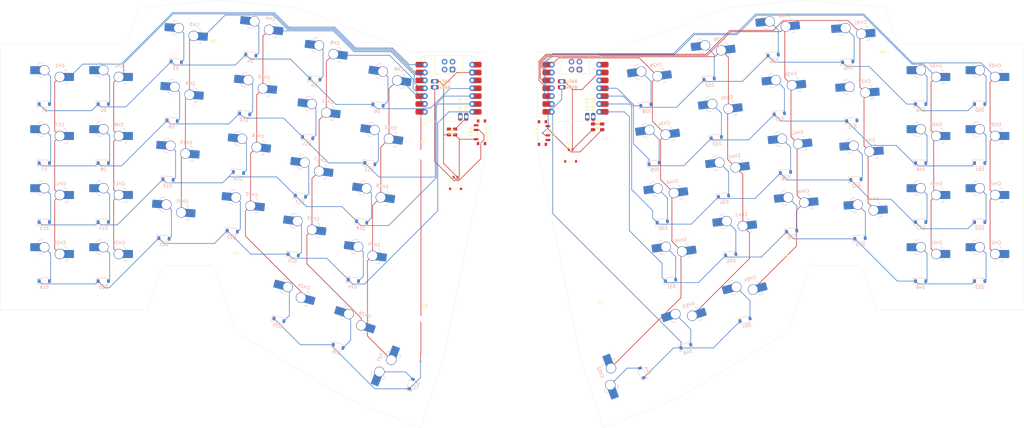
<source format=kicad_pcb>
(kicad_pcb (version 20241229) (generator "pcbnew") (generator_version "9.0")
  (layers (0 "F.Cu" signal) (2 "B.Cu" signal) (13 "F.Paste" user) (15 "B.Paste" user) (5 "F.SilkS" user "F.Silkscreen") (7 "B.SilkS" user "B.Silkscreen") (1 "F.Mask" user) (3 "B.Mask" user) (25 "Edge.Cuts" user))
  (net 0 "")
  (net 1 "Net-(D1-A)")
  (net 2 "/left/COL0")
  (net 3 "/left/COL1")
  (net 4 "Net-(D2-A)")
  (net 5 "Net-(D3-A)")
  (net 6 "/left/COL2")
  (net 7 "Net-(D4-A)")
  (net 8 "/left/COL3")
  (net 9 "Net-(D5-A)")
  (net 10 "/left/COL4")
  (net 11 "Net-(D6-A)")
  (net 12 "/left/COL5")
  (net 13 "Net-(D7-A)")
  (net 14 "Net-(D8-A)")
  (net 15 "Net-(D9-A)")
  (net 16 "Net-(D10-A)")
  (net 17 "Net-(D11-A)")
  (net 18 "Net-(D12-A)")
  (net 19 "Net-(D13-A)")
  (net 20 "Net-(D14-A)")
  (net 21 "Net-(D15-A)")
  (net 22 "Net-(D16-A)")
  (net 23 "Net-(D17-A)")
  (net 24 "Net-(D18-A)")
  (net 25 "Net-(D19-A)")
  (net 26 "Net-(D20-A)")
  (net 27 "Net-(D21-A)")
  (net 28 "Net-(D22-A)")
  (net 29 "Net-(D23-A)")
  (net 30 "Net-(D24-A)")
  (net 31 "Net-(D25-A)")
  (net 32 "Net-(D26-A)")
  (net 33 "Net-(D27-A)")
  (net 34 "/right/COL0")
  (net 35 "Net-(D28-A)")
  (net 36 "Net-(D29-A)")
  (net 37 "Net-(D30-A)")
  (net 38 "Net-(D31-A)")
  (net 39 "/right/COL1")
  (net 40 "Net-(D32-A)")
  (net 41 "Net-(D33-A)")
  (net 42 "Net-(D34-A)")
  (net 43 "Net-(D35-A)")
  (net 44 "Net-(D36-A)")
  (net 45 "/right/COL2")
  (net 46 "Net-(D37-A)")
  (net 47 "Net-(D38-A)")
  (net 48 "Net-(D39-A)")
  (net 49 "Net-(D40-A)")
  (net 50 "/right/COL3")
  (net 51 "Net-(D41-A)")
  (net 52 "Net-(D42-A)")
  (net 53 "Net-(D43-A)")
  (net 54 "Net-(D44-A)")
  (net 55 "Net-(D45-A)")
  (net 56 "/right/COL4")
  (net 57 "Net-(D46-A)")
  (net 58 "Net-(D47-A)")
  (net 59 "Net-(D48-A)")
  (net 60 "Net-(D49-A)")
  (net 61 "/right/COL5")
  (net 62 "Net-(D50-A)")
  (net 63 "Net-(D51-A)")
  (net 64 "Net-(D52-A)")
  (net 65 "Net-(D53-A)")
  (net 66 "Net-(D54-A)")
  (net 67 "/left/ROW0")
  (net 68 "/left/ROW1")
  (net 69 "/left/ROW2")
  (net 70 "/left/ROW3")
  (net 71 "/left/ROW4")
  (net 72 "/right/ROW0")
  (net 73 "/right/ROW1")
  (net 74 "/right/ROW2")
  (net 75 "/right/ROW3")
  (net 76 "/right/ROW4")
  (net 77 "GND")
  (net 78 "/left/VBAT")
  (net 79 "/right/VBAT")
  (net 80 "/left/BT_PIN")
  (net 81 "/right/BT_PIN")
  (net 94 "Net-(SW3-B)")
  (net 95 "/left/RST")
  (net 96 "Net-(SW4-B)")
  (net 97 "/right/RST")
  (footprint "PCM_marbastlib-xp-promicroish:Xiao_nRF52840_ACH" (layer "F.Cu") (at 209.577536 57.038183)
    (property "Reference" "U2")
    (property "Value" "Seeeduino Xiao nRF52840")
  )
  (footprint "MountingHole:MountingHole_3.2mm_M3" (layer "F.Cu") (at 161 131.5)
    (property "Reference" "H8")
    (property "Value" "M3")
  )
  (footprint "MountingHole:MountingHole_3.2mm_M3" (layer "F.Cu") (at 308.75 49.5)
    (property "Reference" "H4")
    (property "Value" "M3")
  )
  (footprint "MountingHole:MountingHole_3.2mm_M3" (layer "F.Cu") (at 219.5 77.5)
    (property "Reference" "H1")
    (property "Value" "M3")
  )
  (footprint "MountingHole:MountingHole_3.2mm_M3" (layer "F.Cu") (at 277.25 115.5)
    (property "Reference" "H3")
    (property "Value" "M3")
  )
  (footprint "Resistor_SMD:R_0805_2012Metric" (layer "F.Cu") (at 218.2 69.5 90)
    (property "Reference" "R3")
    (property "Value" "806k")
  )
  (footprint "MountingHole:MountingHole_3.2mm_M3" (layer "F.Cu") (at 92.5 46)
    (property "Reference" "H6")
    (property "Value" "M3")
  )
  (footprint "Resistor_SMD:R_0805_2012Metric" (layer "F.Cu") (at 168.75 71.1625 -90)
    (property "Reference" "R2")
    (property "Value" "2M")
  )
  (footprint "MountingHole:MountingHole_3.2mm_M3" (layer "F.Cu") (at 100 114.5)
    (property "Reference" "H7")
    (property "Value" "M3")
  )
  (footprint "MountingHole:MountingHole_3.2mm_M3" (layer "F.Cu") (at 217.5 130.25)
    (property "Reference" "H2")
    (property "Value" "M3")
  )
  (footprint "PCM_marbastlib-various:CON_JST_ACH_BM02B" (layer "F.Cu") (at 170.85 87.6)
    (property "Reference" "J1")
    (property "Value" "Battery Socket")
  )
  (footprint "PCM_marbastlib-xp-promicroish:Xiao_nRF52840_ACH" (layer "F.Cu") (at 168.5925 57.038183)
    (property "Reference" "U1")
    (property "Value" "Seeeduino Xiao nRF52840")
  )
  (footprint "PCM_marbastlib-various:CON_JST_ACH_BM02B" (layer "F.Cu") (at 208 78.75)
    (property "Reference" "J2")
    (property "Value" "Battery Socket")
  )
  (footprint "Button_Switch_SMD:SW_SPDT_PCM12" (layer "F.Cu") (at 178.92 71.25 90)
    (property "Reference" "SW3")
    (property "Value" "SW_SPST")
  )
  (footprint "Resistor_SMD:R_0805_2012Metric" (layer "F.Cu") (at 215.25 69.5 -90)
    (property "Reference" "R4")
    (property "Value" "2M" (hide yes))
  )
  (footprint "MountingHole:MountingHole_3.2mm_M3" (layer "F.Cu") (at 160 78.5)
    (property "Reference" "H5")
    (property "Value" "M3")
  )
  (footprint "Button_Switch_SMD:SW_SPDT_PCM12" (layer "F.Cu") (at 199.225 71.5 -90)
    (property "Reference" "SW4")
    (property "Value" "SW_SPST")
  )
  (footprint "Resistor_SMD:R_0805_2012Metric" (layer "F.Cu") (at 170.6925 71.1625 90)
    (property "Reference" "R1")
    (property "Value" "806k")
  )
  (footprint "Diode_SMD:D_SOD-123" (layer "B.Cu") (at 113.848374 131.780443 -15)
    (property "Reference" "D25")
    (property "Value" "D")
  )
  (footprint "PCM_marbastlib-choc:SW_choc_v1_HS_CPG135001S30_1u" (layer "B.Cu") (at 79.731279 62.534745 -4)
    (property "Reference" "CH9")
    (property "Value" "choc_v1_SW_HS")
  )
  (footprint "Diode_SMD:D_SOD-123" (layer "B.Cu") (at 140.545345 100.219861 -8)
    (property "Reference" "D18")
    (property "Value" "D")
  )
  (footprint "PCM_marbastlib-choc:SW_choc_v1_HS_CPG135001S30_1u" (layer "B.Cu") (at 321.020036 57.15)
    (property "Reference" "CH32")
    (property "Value" "choc_v1_SW_HS")
  )
  (footprint "PCM_marbastlib-choc:SW_choc_v1_HS_CPG135001S30_1u" (layer "B.Cu") (at 38.1 114.3)
    (property "Reference" "CH19")
    (property "Value" "choc_v1_SW_HS")
  )
  (footprint "Diode_SMD:D_SOD-123" (layer "B.Cu") (at 76.724775 105.529756 -4)
    (property "Reference" "D21")
    (property "Value" "D")
  )
  (footprint "PCM_marbastlib-choc:SW_choc_v1_HS_CPG135001S30_1u" (layer "B.Cu") (at 340.070036 95.25)
    (property "Reference" "CH45")
    (property "Value" "choc_v1_SW_HS")
  )
  (footprint "PCM_marbastlib-choc:SW_choc_v1_HS_CPG135001S30_1u" (layer "B.Cu") (at 226.343672 150.732562 111)
    (property "Reference" "CH52")
    (property "Value" "choc_v1_SW_HS")
  )
  (footprint "PCM_marbastlib-choc:SW_choc_v1_HS_CPG135001S30_1u" (layer "B.Cu") (at 99.317755 98.208695 -6)
    (property "Reference" "CH22")
    (property "Value" "choc_v1_SW_HS")
  )
  (footprint "PCM_marbastlib-choc:SW_choc_v1_HS_CPG135001S30_1u" (layer "B.Cu") (at 297.109896 43.53115 4)
    (property "Reference" "CH31")
    (property "Value" "choc_v1_SW_HS")
  )
  (footprint "PCM_marbastlib-choc:SW_choc_v1_HS_CPG135001S30_1u" (layer "B.Cu") (at 103.30029 60.31741 -6)
    (property "Reference" "CH10")
    (property "Value" "choc_v1_SW_HS")
  )
  (footprint "PCM_marbastlib-choc:SW_choc_v1_HS_CPG135001S30_1u" (layer "B.Cu") (at 143.892457 76.403914 -8)
    (property "Reference" "CH12")
    (property "Value" "choc_v1_SW_HS")
  )
  (footprint "Diode_SMD:D_SOD-123" (layer "B.Cu") (at 321.020036 119.3)
    (property "Reference" "D48")
    (property "Value" "D")
  )
  (footprint "Diode_SMD:D_SOD-123" (layer "B.Cu") (at 245.213346 140.35827 18)
    (property "Reference" "D49")
    (property "Value" "D")
  )
  (footprint "PCM_marbastlib-choc:SW_choc_v1_HS_CPG135001S30_1u" (layer "B.Cu") (at 259.08518 105.839607 7)
    (property "Reference" "CH47")
    (property "Value" "choc_v1_SW_HS")
  )
  (footprint "Diode_SMD:D_SOD-123" (layer "B.Cu") (at 252.729693 54.078324 7)
    (property "Reference" "D32")
    (property "Value" "D")
  )
  (footprint "PCM_marbastlib-choc:SW_choc_v1_HS_CPG135001S30_1u" (layer "B.Cu") (at 38.1 76.2)
    (property "Reference" "CH7")
    (property "Value" "choc_v1_SW_HS")
  )
  (footprint "PCM_marbastlib-choc:SW_choc_v1_HS_CPG135001S30_1u" (layer "B.Cu") (at 151.826364 150.732562 69)
    (property "Reference" "CH27")
    (property "Value" "choc_v1_SW_HS")
  )
  (footprint "Diode_SMD:D_SOD-123" (layer "B.Cu") (at 298.787539 67.522565 4)
    (property "Reference" "D41")
    (property "Value" "D")
  )
  (footprint "PCM_marbastlib-choc:SW_choc_v1_HS_CPG135001S30_1u" (layer "B.Cu") (at 321.020036 76.2)
    (property "Reference" "CH38")
    (property "Value" "choc_v1_SW_HS")
  )
  (footprint "PCM_marbastlib-choc:SW_choc_v1_HS_CPG135001S30_1u" (layer "B.Cu") (at 321.020036 95.25)
    (property "Reference" "CH44")
    (property "Value" "choc_v1_SW_HS")
  )
  (footprint "PCM_marbastlib-choc:SW_choc_v1_HS_CPG135001S30_1u" (layer "B.Cu") (at 115.142469 126.950814 -15)
    (property "Reference" "CH25")
    (property "Value" "choc_v1_SW_HS")
  )
  (footprint "PCM_marbastlib-choc:SW_choc_v1_HS_CPG135001S30_1u" (layer "B.Cu") (at 78.402418 81.538341 -4)
    (property "Reference" "CH15")
    (property "Value" "choc_v1_SW_HS")
  )
  (footprint "PCM_marbastlib-choc:SW_choc_v1_HS_CPG135001S30_1u" (layer "B.Cu") (at 81.06014 43.53115 -4)
    (property "Reference" "CH3")
    (property "Value" "choc_v1_SW_HS")
  )
  (footprint "PCM_marbastlib-choc:SW_choc_v1_HS_CPG135001S30_1u" (layer "B.Cu") (at 119.084856 105.839607 -7)
    (property "Reference" "CH23")
    (property "Value" "choc_v1_SW_HS")
  )
  (footprint "Diode_SMD:D_SOD-123" (layer "B.Cu") (at 279.374923 103.181304 6)
    (property "Reference" "D39")
    (property "Value" "D")
  )
  (footprint "Diode_SMD:D_SOD-123" (layer "B.Cu") (at 255.051304 72.986329 7)
    (property "Reference" "D33")
    (property "Value" "D")
  )
  (footprint "PCM_marbastlib-choc:SW_choc_v1_HS_CPG135001S30_1u" (layer "B.Cu") (at 126.049689 49.115594 -7)
    (property "Reference" "CH5")
    (property "Value" "choc_v1_SW_HS")
  )
  (footprint "Diode_SMD:D_SOD-123" (layer "B.Cu") (at 340.070036 119.3)
    (property "Reference" "D53")
    (property "Value" "D")
  )
  (footprint "Diode_SMD:D_SOD-123" (layer "B.Cu") (at 137.894097 119.084468 -8)
    (property "Reference" "D24")
    (property "Value" "D")
  )
  (footprint "Diode_SMD:D_SOD-123" (layer "B.Cu") (at 100.78638 84.235661 -6)
    (property "Reference" "D16")
    (property "Value" "D")
  )
  (footprint "Diode_SMD:D_SOD-123" (layer "B.Cu") (at 57.15 62.15)
    (property "Reference" "D2")
    (property "Value" "D")
  )
  (footprint "Diode_SMD:D_SOD-123" (layer "B.Cu") (at 259.694526 110.802337 7)
    (property "Reference" "D35")
    (property "Value" "D")
  )
  (footprint "PCM_marbastlib-choc:SW_choc_v1_HS_CPG135001S30_1u" (layer "B.Cu") (at 272.878479 41.371768 6)
    (property "Reference" "CH30")
    (property "Value" "choc_v1_SW_HS")
  )
  (footprint "Diode_SMD:D_SOD-123" (layer "B.Cu") (at 301.445261 105.529756 4)
    (property "Reference" "D43")
    (property "Value" "D")
  )
  (footprint "PCM_marbastlib-choc:SW_choc_v1_HS_CPG135001S30_1u" (layer "B.Cu") (at 256.763569 86.931603 7)
    (property "Reference" "CH41")
    (property "Value" "choc_v1_SW_HS")
  )
  (footprint "Diode_SMD:D_SOD-123" (layer "B.Cu") (at 156.494266 152.524401 69)
    (property "Reference" "D27")
    (property "Value" "D")
  )
  (footprint "Diode_SMD:D_SOD-123" (layer "B.Cu") (at 132.95669 140.35827 -18)
    (property "Reference" "D26")
    (property "Value" "D")
  )
  (footprint "Diode_SMD:D_SOD-123" (layer "B.Cu") (at 80.711358 48.51897 -4)
    (property "Reference" "D3")
    (property "Value" "D")
  )
  (footprint "Diode_SMD:D_SOD-123" (layer "B.Cu") (at 38.1 81.2)
    (property "Reference" "D7")
    (property "Value" "D")
  )
  (footprint "Diode_SMD:D_SOD-123" (layer "B.Cu") (at 321.020036 62.15)
    (property "Reference" "D45")
    (property "Value" "D")
  )
  (footprint "PCM_marbastlib-choc:SW_choc_v1_HS_CPG135001S30_1u" (layer "B.Cu") (at 340.070036 76.2)
    (property "Reference" "CH39")
    (property "Value" "choc_v1_SW_HS")
  )
  (footprint "PCM_marbastlib-choc:SW_choc_v1_HS_CPG135001S30_1u" (layer "B.Cu") (at 57.15 95.25)
    (property "Reference" "CH14")
    (property "Value" "choc_v1_SW_HS")
  )
  (footprint "PCM_marbastlib-choc:SW_choc_v1_HS_CPG135001S30_1u" (layer "B.Cu") (at 121.406467 86.931603 -7)
    (property "Reference" "CH17")
    (property "Value" "choc_v1_SW_HS")
  )
  (footprint "PCM_marbastlib-choc:SW_choc_v1_HS_CPG135001S30_1u" (layer "B.Cu") (at 138.589962 114.133128 -8)
    (property "Reference" "CH24")
    (property "Value" "choc_v1_SW_HS")
  )
  (footprint "PCM_marbastlib-choc:SW_choc_v1_HS_CPG135001S30_1u" (layer "B.Cu") (at 254.441958 68.023599 7)
    (property "Reference" "CH35")
    (property "Value" "choc_v1_SW_HS")
  )
  (footprint "Diode_SMD:D_SOD-123" (layer "B.Cu") (at 231.011574 148.940723 111)
    (property "Reference" "D44")
    (property "Value" "D")
  )
  (footprint "Diode_SMD:D_SOD-123" (layer "B.Cu") (at 125.440343 54.078324 -7)
    (property "Reference" "D5")
    (property "Value" "D")
  )
  (footprint "PCM_marbastlib-choc:SW_choc_v1_HS_CPG135001S30_1u" (layer "B.Cu") (at 252.120347 49.115594 7)
    (property "Reference" "CH29")
    (property "Value" "choc_v1_SW_HS")
  )
  (footprint "Diode_SMD:D_SOD-123" (layer "B.Cu") (at 38.1 62.15)
    (property "Reference" "D1")
    (property "Value" "D")
  )
  (footprint "Diode_SMD:D_SOD-123" (layer "B.Cu") (at 120.797121 91.894333 -7)
    (property "Reference" "D17")
    (property "Value" "D")
  )
  (footprint "Diode_SMD:D_SOD-123" (layer "B.Cu") (at 300.1164 86.526161 4)
    (property "Reference" "D42")
    (property "Value" "D")
  )
  (footprint "PCM_marbastlib-choc:SW_choc_v1_HS_CPG135001S30_1u" (layer "B.Cu") (at 340.070036 114.3)
    (property "Reference" "CH51")
    (property "Value" "choc_v1_SW_HS")
  )
  (footprint "PCM_marbastlib-choc:SW_choc_v1_HS_CPG135001S30_1u" (layer "B.Cu") (at 243.668262 135.602988 18)
    (property "Reference" "CH53")
    (property "Value" "choc_v1_SW_HS")
  )
  (footprint "Diode_SMD:D_SOD-123" (layer "B.Cu") (at 321.020036 81.2)
    (property "Reference" "D46")
    (property "Value" "D")
  )
  (footprint "PCM_marbastlib-choc:SW_choc_v1_HS_CPG135001S30_1u" (layer "B.Cu") (at 274.869746 60.31741 6)
    (property "Reference" "CH36")
    (property "Value" "choc_v1_SW_HS")
  )
  (footprint "Diode_SMD:D_SOD-123" (layer "B.Cu") (at 340.070036 81.2)
    (property "Reference" "D51")
    (property "Value" "D")
  )
  (footprint "PCM_marbastlib-choc:SW_choc_v1_HS_CPG135001S30_1u" (layer "B.Cu") (at 38.1 95.25)
    (property "Reference" "CH13")
    (property "Value" "choc_v1_SW_HS")
  )
  (footprint "PCM_marbastlib-choc:SW_choc_v1_HS_CPG135001S30_1u" (layer "B.Cu") (at 134.501774 135.602988 -18)
    (property "Reference" "CH26")
    (property "Value" "choc_v1_SW_HS")
  )
  (footprint "PCM_marbastlib-choc:SW_choc_v1_HS_CPG135001S30_1u" (layer "B.Cu") (at 57.15 114.3)
    (property "Reference" "CH20")
    (property "Value" "choc_v1_SW_HS")
  )
  (footprint "PCM_marbastlib-choc:SW_choc_v1_HS_CPG135001S30_1u" (layer "B.Cu") (at 101.309022 79.263052 -6)
    (property "Reference" "CH16")
    (property "Value" "choc_v1_SW_HS")
  )
  (footprint "PCM_marbastlib-choc:SW_choc_v1_HS_CPG135001S30_1u" (layer "B.Cu") (at 234.277579 76.403914 8)
    (property "Reference" "CH34")
    (property "Value" "choc_v1_SW_HS")
  )
  (footprint "Diode_SMD:D_SOD-123" (layer "B.Cu") (at 104.768915 46.344377 -6)
    (property "Reference" "D4")
    (property "Value" "D")
  )
  (footprint "PCM_marbastlib-choc:SW_choc_v1_HS_CPG135001S30_1u" (layer "B.Cu") (at 57.15 57.15)
    (property "Reference" "CH2")
    (property "Value" "choc_v1_SW_HS")
  )
  (footprint "Diode_SMD:D_SOD-123" (layer "B.Cu") (at 78.053636 86.526161 -4)
    (property "Reference" "D15")
    (property "Value" "D")
  )
  (footprint "PCM_marbastlib-choc:SW_choc_v1_HS_CPG135001S30_1u" (layer "B.Cu") (at 239.580074 114.133128 8)
    (property "Reference" "CH46")
    (property "Value" "choc_v1_SW_HS")
  )
  (footprint "Diode_SMD:D_SOD-123" (layer "B.Cu") (at 340.070036 100.25)
    (property "Reference" "D52")
    (property "Value" "D")
  )
  (footprint "PCM_marbastlib-choc:SW_choc_v1_HS_CPG135001S30_1u" (layer "B.Cu") (at 278.852281 98.208695 6)
    (property "Reference" "CH48")
    (property "Value" "choc_v1_SW_HS")
  )
  (footprint "PCM_marbastlib-choc:SW_choc_v1_HS_CPG135001S30_1u" (layer "B.Cu") (at 57.15 76.2)
    (property "Reference" "CH8")
    (property "Value" "choc_v1_SW_HS")
  )
  (footprint "Diode_SMD:D_SOD-123" (layer "B.Cu") (at 275.392388 65.290019 6)
    (property "Reference" "D37")
    (property "Value" "D")
  )
  (footprint "Diode_SMD:D_SOD-123" (layer "B.Cu") (at 321.020036 100.25)
    (property "Reference" "D47")
    (property "Value" "D")
  )
  (footprint "PCM_marbastlib-choc:SW_choc_v1_HS_CPG135001S30_1u" (layer "B.Cu") (at 276.861014 79.263052 6)
    (property "Reference" "CH42")
    (property "Value" "choc_v1_SW_HS")
  )
  (footprint "Diode_SMD:D_SOD-123" (layer "B.Cu") (at 79.382497 67.522565 -4)
    (property "Reference" "D9")
    (property "Value" "D")
  )
  (footprint "Diode_SMD:D_SOD-123" (layer "B.Cu") (at 237.624691 100.219861 8)
    (property "Reference" "D30")
    (property "Value" "D")
  )
  (footprint "PCM_marbastlib-choc:SW_choc_v1_HS_CPG135001S30_1u" (layer "B.Cu") (at 77.073557 100.541936 -4)
    (property "Reference" "CH21")
    (property "Value" "choc_v1_SW_HS")
  )
  (footprint "Diode_SMD:D_SOD-123" (layer "B.Cu") (at 145.84784 62.490648 -8)
    (property "Reference" "D6")
    (property "Value" "D")
  )
  (footprint "PCM_marbastlib-choc:SW_choc_v1_HS_CPG135001S30_1u" (layer "B.Cu") (at 321.020036 114.3)
    (property "Reference" "CH50")
    (property "Value" "choc_v1_SW_HS")
  )
  (footprint "PCM_marbastlib-choc:SW_choc_v1_HS_CPG135001S30_1u" (layer "B.Cu") (at 340.070036 57.15)
    (property "Reference" "CH33")
    (property "Value" "choc_v1_SW_HS")
  )
  (footprint "Diode_SMD:D_SOD-123" (layer "B.Cu") (at 102.777648 65.290019 -6)
    (property "Reference" "D10")
    (property "Value" "D")
  )
  (footprint "Diode_SMD:D_SOD-123" (layer "B.Cu") (at 123.118732 72.986329 -7)
    (property "Reference" "D11")
    (property "Value" "D")
  )
  (footprint "PCM_marbastlib-choc:SW_choc_v1_HS_CPG135001S30_1u" (layer "B.Cu") (at 301.096479 100.541936 4)
    (property "Reference" "CH49")
    (property "Value" "choc_v1_SW_HS")
  )
  (footprint "Diode_SMD:D_SOD-123" (layer "B.Cu") (at 240.275939 119.084468 8)
    (property "Reference" "D31")
    (property "Value" "D")
  )
  (footprint "Diode_SMD:D_SOD-123" (layer "B.Cu") (at 277.383656 84.235661 6)
    (property "Reference" "D38")
    (property "Value" "D")
  )
  (footprint "PCM_marbastlib-choc:SW_choc_v1_HS_CPG135001S30_1u" (layer "B.Cu") (at 38.1 57.15)
    (property "Reference" "CH1")
    (property "Value" "choc_v1_SW_HS")
  )
  (footprint "Diode_SMD:D_SOD-123" (layer "B.Cu") (at 57.15 81.2)
    (property "Reference" "D8")
    (property "Value" "D")
  )
  (footprint "PCM_marbastlib-choc:SW_choc_v1_HS_CPG135001S30_1u" (layer "B.Cu") (at 146.543705 57.539308 -8)
    (property "Reference" "CH6")
    (property "Value" "choc_v1_SW_HS")
  )
  (footprint "Diode_SMD:D_SOD-123" (layer "B.Cu") (at 38.1 100.25)
    (property "Reference" "D13")
    (property "Value" "D")
  )
  (footprint "Diode_SMD:D_SOD-123" (layer "B.Cu") (at 38.1 119.3)
    (property "Reference" "D19")
    (property "Value" "D")
  )
  (footprint "Diode_SMD:D_SOD-123" (layer "B.Cu") (at 98.795113 103.181304 -6)
    (property "Reference" "D22")
    (property "Value" "D")
  )
  (footprint "Diode_SMD:D_SOD-123" (layer "B.Cu") (at 234.973444 81.355254 8)
    (property "Reference" "D29")
    (property "Value" "D")
  )
  (footprint "Diode_SMD:D_SOD-123" (layer "B.Cu") (at 118.47551 110.802337 -7)
    (property "Reference" "D23")
    (property "Value" "D")
  )
  (footprint "Diode_SMD:D_SOD-123" (layer "B.Cu") (at 273.401121 46.344377 6)
    (property "Reference" "D36")
    (property "Value" "D")
  )
  (footprint "Diode_SMD:D_SOD-123" (layer "B.Cu") (at 57.15 100.25)
    (property "Reference" "D14")
    (property "Value" "D")
  )
  (footprint "PCM_marbastlib-choc:SW_choc_v1_HS_CPG135001S30_1u" (layer "B.Cu") (at 105.291557 41.371768 -6)
    (property "Reference" "CH4")
    (property "Value" "choc_v1_SW_HS")
  )
  (footprint "PCM_marbastlib-choc:SW_choc_v1_HS_CPG135001S30_1u" (layer "B.Cu") (at 231.626331 57.539308 8)
    (property "Reference" "CH28")
    (property "Value" "choc_v1_SW_HS")
  )
  (footprint "PCM_marbastlib-choc:SW_choc_v1_HS_CPG135001S30_1u" (layer "B.Cu") (at 299.767618 81.538341 4)
    (property "Reference" "CH43")
    (property "Value" "choc_v1_SW_HS")
  )
  (footprint "Diode_SMD:D_SOD-123" (layer "B.Cu") (at 143.196592 81.355254 -8)
    (property "Reference" "D12")
    (property "Value" "D")
  )
  (footprint "Diode_SMD:D_SOD-123" (layer "B.Cu") (at 264.321662 131.780443 15)
    (property "Reference" "D54")
    (property "Value" "D")
  )
  (footprint "Diode_SMD:D_SOD-123" (layer "B.Cu") (at 257.372915 91.894333 7)
    (property "Reference" "D34")
    (property "Value" "D")
  )
  (footprint "Diode_SMD:D_SOD-123" (layer "B.Cu") (at 340.070036 62.15)
    (property "Reference" "D50")
    (property "Value" "D")
  )
  (footprint "Diode_SMD:D_SOD-123" (layer "B.Cu") (at 232.322196 62.490648 8)
    (property "Reference" "D28")
    (property "Value" "D")
  )
  (footprint "PCM_marbastlib-choc:SW_choc_v1_HS_CPG135001S30_1u" (layer "B.Cu") (at 298.438757 62.534745 4)
    (property "Reference" "CH37")
    (property "Value" "choc_v1_SW_HS")
  )
  (footprint "PCM_marbastlib-choc:SW_choc_v1_HS_CPG135001S30_1u" (layer "B.Cu") (at 141.24121 95.268521 -8)
    (property "Reference" "CH18")
    (property "Value" "choc_v1_SW_HS")
  )
  (footprint "PCM_marbastlib-choc:SW_choc_v1_HS_CPG135001S30_1u" (layer "B.Cu") (at 236.928826 95.268521 8)
    (property "Reference" "CH40")
    (property "Value" "choc_v1_SW_HS")
  )
  (footprint "PCM_marbastlib-choc:SW_choc_v1_HS_CPG135001S30_1u" (layer "B.Cu") (at 263.027567 126.950814 15)
    (property "Reference" "CH54")
    (property "Value" "choc_v1_SW_HS")
  )
  (footprint "Diode_SMD:D_SOD-123" (layer "B.Cu") (at 297.458678 48.51897 4)
    (property "Reference" "D40")
    (property "Value" "D")
  )
  (footprint "PCM_marbastlib-choc:SW_choc_v1_HS_CPG135001S30_1u" (layer "B.Cu") (at 123.728078 68.023599 -7)
    (property "Reference" "CH11")
    (property "Value" "choc_v1_SW_HS")
  )
  (footprint "Diode_SMD:D_SOD-123" (layer "B.Cu") (at 57.15 119.3)
    (property "Reference" "D20")
    (property "Value" "D")
  )
  (gr_line (start 259.107536 30.95625) (end 282.920036 28.575) (stroke (width 0.05)) (layer "Edge.Cuts"))
  (gr_line (start 197.195036 45.24375) (end 221.007536 45.24375) (stroke (width 0.05)) (layer "Edge.Cuts"))
  (gr_line (start 306.732536 128.5875) (end 301.970036 114.3) (stroke (width 0.05)) (layer "Edge.Cuts"))
  (gr_line (start 69.05625 30.95625) (end 64.29375 42.8625) (stroke (width 0.05)) (layer "Edge.Cuts"))
  (gr_line (start 285.301286 114.3) (end 278.157536 135.73125) (stroke (width 0.05)) (layer "Edge.Cuts"))
  (gr_line (start 197.195036 76.2) (end 197.195036 45.24375) (stroke (width 0.05)) (layer "Edge.Cuts"))
  (gr_line (start 242.438786 157.1625) (end 218.626286 166.6875) (stroke (width 0.05)) (layer "Edge.Cuts"))
  (gr_line (start 119.0625 30.95625) (end 95.25 28.575) (stroke (width 0.05)) (layer "Edge.Cuts"))
  (gr_line (start 23.8125 128.5875) (end 71.4375 128.5875) (stroke (width 0.05)) (layer "Edge.Cuts"))
  (gr_line (start 157.1625 45.24375) (end 119.0625 30.95625) (stroke (width 0.05)) (layer "Edge.Cuts"))
  (gr_line (start 166.6875 145.25625) (end 180.975 76.2) (stroke (width 0.05)) (layer "Edge.Cuts"))
  (gr_line (start 221.007536 45.24375) (end 259.107536 30.95625) (stroke (width 0.05)) (layer "Edge.Cuts"))
  (gr_line (start 71.4375 128.5875) (end 76.2 114.3) (stroke (width 0.05)) (layer "Edge.Cuts"))
  (gr_line (start 282.920036 28.575) (end 309.113786 30.95625) (stroke (width 0.05)) (layer "Edge.Cuts"))
  (gr_line (start 95.25 28.575) (end 69.05625 30.95625) (stroke (width 0.05)) (layer "Edge.Cuts"))
  (gr_line (start 64.29375 42.8625) (end 23.8125 42.8625) (stroke (width 0.05)) (layer "Edge.Cuts"))
  (gr_line (start 159.54375 166.6875) (end 166.6875 145.25625) (stroke (width 0.05)) (layer "Edge.Cuts"))
  (gr_line (start 23.8125 42.8625) (end 23.8125 128.5875) (stroke (width 0.05)) (layer "Edge.Cuts"))
  (gr_line (start 354.357536 42.8625) (end 354.357536 128.5875) (stroke (width 0.05)) (layer "Edge.Cuts"))
  (gr_line (start 180.975 45.24375) (end 157.1625 45.24375) (stroke (width 0.05)) (layer "Edge.Cuts"))
  (gr_line (start 301.970036 114.3) (end 285.301286 114.3) (stroke (width 0.05)) (layer "Edge.Cuts"))
  (gr_line (start 354.357536 128.5875) (end 306.732536 128.5875) (stroke (width 0.05)) (layer "Edge.Cuts"))
  (gr_line (start 278.157536 135.73125) (end 242.438786 157.1625) (stroke (width 0.05)) (layer "Edge.Cuts"))
  (gr_line (start 180.975 76.2) (end 180.975 45.24375) (stroke (width 0.05)) (layer "Edge.Cuts"))
  (gr_line (start 309.113786 30.95625) (end 313.876286 42.8625) (stroke (width 0.05)) (layer "Edge.Cuts"))
  (gr_line (start 100.0125 135.73125) (end 135.73125 157.1625) (stroke (width 0.05)) (layer "Edge.Cuts"))
  (gr_line (start 218.626286 166.6875) (end 211.482536 145.25625) (stroke (width 0.05)) (layer "Edge.Cuts"))
  (gr_line (start 92.86875 114.3) (end 100.0125 135.73125) (stroke (width 0.05)) (layer "Edge.Cuts"))
  (gr_line (start 211.482536 145.25625) (end 197.195036 76.2) (stroke (width 0.05)) (layer "Edge.Cuts"))
  (gr_line (start 313.876286 42.8625) (end 354.357536 42.8625) (stroke (width 0.05)) (layer "Edge.Cuts"))
  (gr_line (start 135.73125 157.1625) (end 159.54375 166.6875) (stroke (width 0.05)) (layer "Edge.Cuts"))
  (gr_line (start 76.2 114.3) (end 92.86875 114.3) (stroke (width 0.05)) (layer "Edge.Cuts"))
  (segment (start 39.75 62.15) (end 40.151 61.749) (width 0.2) (layer "B.Cu") (net 1))
  (segment (start 40.151 53.251) (end 38.1 51.2) (width 0.2) (layer "B.Cu") (net 1))
  (segment (start 40.151 61.749) (end 40.151 53.251) (width 0.2) (layer "B.Cu") (net 1))
  (segment (start 41.45 55.05) (end 41.45 70.8) (width 0.2) (layer "F.Cu") (net 2))
  (segment (start 41.45 70.8) (end 43.1 72.45) (width 0.2) (layer "F.Cu") (net 2))
  (segment (start 41.45 93.15) (end 41.45 108.9) (width 0.2) (layer "F.Cu") (net 2))
  (segment (start 43.1 72.45) (end 41.45 74.1) (width 0.2) (layer "F.Cu") (net 2))
  (segment (start 43.1 91.5) (end 41.45 93.15) (width 0.2) (layer "F.Cu") (net 2))
  (segment (start 41.45 108.9) (end 43.1 110.55) (width 0.2) (layer "F.Cu") (net 2))
  (segment (start 43.1 53.4) (end 41.45 55.05) (width 0.2) (layer "F.Cu") (net 2))
  (segment (start 41.45 74.1) (end 41.45 89.85) (width 0.2) (layer "F.Cu") (net 2))
  (segment (start 41.45 89.85) (end 43.1 91.5) (width 0.2) (layer "F.Cu") (net 2))
  (segment (start 79.533708 32.605291) (end 112.320741 32.605291) (width 0.2) (layer "B.Cu") (net 2))
  (segment (start 155.894483 49.418183) (end 160.9725 49.418183) (width 0.2) (layer "B.Cu") (net 2))
  (segment (start 131.86805 37.298) (end 138.6108 44.04075) (width 0.2) (layer "B.Cu") (net 2))
  (segment (start 62.889999 49.249) (end 79.533708 32.605291) (width 0.2) (layer "B.Cu") (net 2))
  (segment (start 46.345 53.4) (end 50.496 49.249) (width 0.2) (layer "B.Cu") (net 2))
  (segment (start 138.6108 44.04075) (end 150.51705 44.04075) (width 0.2) (layer "B.Cu") (net 2))
  (segment (start 112.320741 32.605291) (end 117.01345 37.298) (width 0.2) (layer "B.Cu") (net 2))
  (segment (start 50.496 49.249) (end 62.889999 49.249) (width 0.2) (layer "B.Cu") (net 2))
  (segment (start 150.51705 44.04075) (end 155.894483 49.418183) (width 0.2) (layer "B.Cu") (net 2))
  (segment (start 117.01345 37.298) (end 131.86805 37.298) (width 0.2) (layer "B.Cu") (net 2))
  (segment (start 60.5 89.85) (end 62.15 91.5) (width 0.2) (layer "F.Cu") (net 3))
  (segment (start 60.5 93.15) (end 60.5 108.9) (width 0.2) (layer "F.Cu") (net 3))
  (segment (start 60.5 55.05) (end 60.5 70.8) (width 0.2) (layer "F.Cu") (net 3))
  (segment (start 60.5 70.8) (end 62.15 72.45) (width 0.2) (layer "F.Cu") (net 3))
  (segment (start 62.15 53.4) (end 60.5 55.05) (width 0.2) (layer "F.Cu") (net 3))
  (segment (start 60.5 74.1) (end 60.5 89.85) (width 0.2) (layer "F.Cu") (net 3))
  (segment (start 60.5 108.9) (end 62.15 110.55) (width 0.2) (layer "F.Cu") (net 3))
  (segment (start 62.15 91.5) (end 60.5 93.15) (width 0.2) (layer "F.Cu") (net 3))
  (segment (start 62.15 72.45) (end 60.5 74.1) (width 0.2) (layer "F.Cu") (net 3))
  (segment (start 116.84735 37.699) (end 131.70195 37.699) (width 0.2) (layer "B.Cu") (net 3))
  (segment (start 157.867383 51.958183) (end 160.9725 51.958183) (width 0.2) (layer "B.Cu") (net 3))
  (segment (start 63.7 53.4) (end 63.7 49.006099) (width 0.2) (layer "B.Cu") (net 3))
  (segment (start 112.154641 33.006291) (end 116.84735 37.699) (width 0.2) (layer "B.Cu") (net 3))
  (segment (start 131.70195 37.699) (end 138.4447 44.44175) (width 0.2) (layer "B.Cu") (net 3))
  (segment (start 138.4447 44.44175) (end 150.35095 44.44175) (width 0.2) (layer "B.Cu") (net 3))
  (segment (start 79.699808 33.006291) (end 112.154641 33.006291) (width 0.2) (layer "B.Cu") (net 3))
  (segment (start 150.35095 44.44175) (end 157.867383 51.958183) (width 0.2) (layer "B.Cu") (net 3))
  (segment (start 63.7 49.006099) (end 79.699808 33.006291) (width 0.2) (layer "B.Cu") (net 3))
  (segment (start 59.201 53.251) (end 57.15 51.2) (width 0.2) (layer "B.Cu") (net 4))
  (segment (start 58.8 62.15) (end 59.201 61.749) (width 0.2) (layer "B.Cu") (net 4))
  (segment (start 59.201 61.749) (end 59.201 53.251) (width 0.2) (layer "B.Cu") (net 4))
  (segment (start 82.357339 48.634068) (end 83.125191 47.866216) (width 0.2) (layer "B.Cu") (net 5))
  (segment (start 83.125191 39.245644) (end 81.475191 37.595644) (width 0.2) (layer "B.Cu") (net 5))
  (segment (start 83.125191 47.866216) (end 83.125191 39.245644) (width 0.2) (layer "B.Cu") (net 5))
  (segment (start 84.980686 41.467928) (end 84.980686 59.142662) (width 0.2) (layer "F.Cu") (net 6))
  (segment (start 82.322964 79.475119) (end 82.322964 97.149853) (width 0.2) (layer "F.Cu") (net 6))
  (segment (start 83.651825 60.471523) (end 83.651825 78.146258) (width 0.2) (layer "F.Cu") (net 6))
  (segment (start 86.309547 40.139067) (end 84.980686 41.467928) (width 0.2) (layer "F.Cu") (net 6))
  (segment (start 83.651825 78.146258) (end 82.322964 79.475119) (width 0.2) (layer "F.Cu") (net 6))
  (segment (start 84.980686 59.142662) (end 83.651825 60.471523) (width 0.2) (layer "F.Cu") (net 6))
  (segment (start 131.53585 38.1) (end 138.2786 44.84275) (width 0.2) (layer "B.Cu") (net 6))
  (segment (start 157.9645 52.6224) (end 159.096717 52.6224) (width 0.2) (layer "B.Cu") (net 6))
  (segment (start 89.546642 40.365427) (end 96.504778 33.407291) (width 0.2) (layer "B.Cu") (net 6))
  (segment (start 111.988541 33.407291) (end 116.68125 38.1) (width 0.2) (layer "B.Cu") (net 6))
  (segment (start 96.504778 33.407291) (end 111.988541 33.407291) (width 0.2) (layer "B.Cu") (net 6))
  (segment (start 138.2786 44.84275) (end 150.18485 44.84275) (width 0.2) (layer "B.Cu") (net 6))
  (segment (start 116.68125 38.1) (end 131.53585 38.1) (width 0.2) (layer "B.Cu") (net 6))
  (segment (start 150.18485 44.84275) (end 157.9645 52.6224) (width 0.2) (layer "B.Cu") (net 6))
  (segment (start 159.096717 52.6224) (end 160.9725 54.498183) (width 0.2) (layer "B.Cu") (net 6))
  (segment (start 107.342557 36.883419) (end 105.913501 35.454363) (width 0.2) (layer "B.Cu") (net 7))
  (segment (start 107.342557 45.584168) (end 107.342557 36.883419) (width 0.2) (layer "B.Cu") (net 7))
  (segment (start 106.409876 46.516849) (end 107.342557 45.584168) (width 0.2) (layer "B.Cu") (net 7))
  (segment (start 110.656148 38.164953) (end 108.664881 40.15622) (width 0.2) (layer "F.Cu") (net 8))
  (segment (start 104.682346 95.00188) (end 103.032346 96.65188) (width 0.2) (layer "F.Cu") (net 8))
  (segment (start 106.673613 76.056237) (end 104.682346 78.047504) (width 0.2) (layer "F.Cu") (net 8))
  (segment (start 104.682346 78.047504) (end 104.682346 95.00188) (width 0.2) (layer "F.Cu") (net 8))
  (segment (start 108.664881 40.15622) (end 108.664881 57.110595) (width 0.2) (layer "F.Cu") (net 8))
  (segment (start 106.673613 59.101863) (end 106.673613 76.056237) (width 0.2) (layer "F.Cu") (net 8))
  (segment (start 103.032346 104.794328) (end 120.94267 122.704652) (width 0.2) (layer "F.Cu") (net 8))
  (segment (start 103.032346 96.65188) (end 103.032346 104.794328) (width 0.2) (layer "F.Cu") (net 8))
  (segment (start 120.94267 122.704652) (end 120.94267 124.622687) (width 0.2) (layer "F.Cu") (net 8))
  (segment (start 108.664881 57.110595) (end 106.673613 59.101863) (width 0.2) (layer "F.Cu") (net 8))
  (segment (start 131.372898 38.504148) (end 138.1125 45.24375) (width 0.2) (layer "B.Cu") (net 8))
  (segment (start 138.1125 45.24375) (end 150.01875 45.24375) (width 0.2) (layer "B.Cu") (net 8))
  (segment (start 159.655567 57.038183) (end 160.9725 57.038183) (width 0.2) (layer "B.Cu") (net 8))
  (segment (start 159.54375 57.15) (end 159.655567 57.038183) (width 0.2) (layer "B.Cu") (net 8))
  (segment (start 157.5635 52.7885) (end 157.5635 55.16975) (width 0.2) (layer "B.Cu") (net 8))
  (segment (start 113.883372 38.504148) (end 131.372898 38.504148) (width 0.2) (layer "B.Cu") (net 8))
  (segment (start 150.01875 45.24375) (end 157.5635 52.7885) (width 0.2) (layer "B.Cu") (net 8))
  (segment (start 157.5635 55.16975) (end 159.54375 57.15) (width 0.2) (layer "B.Cu") (net 8))
  (segment (start 127.078044 54.279408) (end 128.100689 53.256763) (width 0.2) (layer "B.Cu") (net 9))
  (segment (start 128.100689 53.256763) (end 128.100689 44.535821) (width 0.2) (layer "B.Cu") (net 9))
  (segment (start 128.100689 44.535821) (end 126.774812 43.209944) (width 0.2) (layer "B.Cu") (net 9))
  (segment (start 122.854597 104.376906) (end 122.854597 113.699243) (width 0.2) (layer "F.Cu") (net 10))
  (segment (start 140.41587 131.260516) (end 140.41587 133.581611) (width 0.2) (layer "F.Cu") (net 10))
  (segment (start 129.147819 64.910898) (end 126.826208 67.232509) (width 0.2) (layer "F.Cu") (net 10))
  (segment (start 122.854597 113.699243) (end 140.41587 131.260516) (width 0.2) (layer "F.Cu") (net 10))
  (segment (start 129.147819 48.324504) (end 129.147819 64.910898) (width 0.2) (layer "F.Cu") (net 10))
  (segment (start 124.504597 86.140513) (end 124.504597 102.726906) (width 0.2) (layer "F.Cu") (net 10))
  (segment (start 126.826208 83.818902) (end 124.504597 86.140513) (width 0.2) (layer "F.Cu") (net 10))
  (segment (start 131.46943 46.002893) (end 129.147819 48.324504) (width 0.2) (layer "F.Cu") (net 10))
  (segment (start 126.826208 67.232509) (end 126.826208 83.818902) (width 0.2) (layer "F.Cu") (net 10))
  (segment (start 124.504597 102.726906) (end 122.854597 104.376906) (width 0.2) (layer "F.Cu") (net 10))
  (segment (start 149.533403 46.398359) (end 157.1625 54.027456) (width 0.2) (layer "B.Cu") (net 10))
  (segment (start 157.1625 54.027456) (end 157.1625 57.15) (width 0.2) (layer "B.Cu") (net 10))
  (segment (start 134.690242 46.398359) (end 149.533403 46.398359) (width 0.2) (layer "B.Cu") (net 10))
  (segment (start 159.590683 59.578183) (end 160.9725 59.578183) (width 0.2) (layer "B.Cu") (net 10))
  (segment (start 157.1625 57.15) (end 159.590683 59.578183) (width 0.2) (layer "B.Cu") (net 10))
  (segment (start 149.021785 61.180281) (end 149.021785 53.297213) (width 0.2) (layer "B.Cu") (net 11))
  (segment (start 149.021785 53.297213) (end 147.371785 51.647213) (width 0.2) (layer "B.Cu") (net 11))
  (segment (start 147.481782 62.720284) (end 149.021785 61.180281) (width 0.2) (layer "B.Cu") (net 11))
  (segment (start 142.4132 137.016703) (end 150.117277 144.72078) (width 0.2) (layer "F.Cu") (net 12))
  (segment (start 149.365695 57.172916) (end 149.365695 73.386274) (width 0.2) (layer "F.Cu") (net 12))
  (segment (start 146.714448 76.037521) (end 146.714448 92.250881) (width 0.2) (layer "F.Cu") (net 12))
  (segment (start 146.714448 92.250881) (end 144.0632 94.902129) (width 0.2) (layer "F.Cu") (net 12))
  (segment (start 144.0632 111.115488) (end 142.4132 112.765488) (width 0.2) (layer "F.Cu") (net 12))
  (segment (start 142.4132 112.765488) (end 142.4132 137.016703) (width 0.2) (layer "F.Cu") (net 12))
  (segment (start 152.016943 54.521668) (end 149.365695 57.172916) (width 0.2) (layer "F.Cu") (net 12))
  (segment (start 149.365695 73.386274) (end 146.714448 76.037521) (width 0.2) (layer "F.Cu") (net 12))
  (segment (start 144.0632 94.902129) (end 144.0632 111.115488) (width 0.2) (layer "F.Cu") (net 12))
  (segment (start 155.230364 56.376047) (end 160.9725 62.118183) (width 0.2) (layer "B.Cu") (net 12))
  (segment (start 155.230364 54.973285) (end 155.230364 56.376047) (width 0.2) (layer "B.Cu") (net 12))
  (segment (start 40.151 80.799) (end 40.151 72.301) (width 0.2) (layer "B.Cu") (net 13))
  (segment (start 39.75 81.2) (end 40.151 80.799) (width 0.2) (layer "B.Cu") (net 13))
  (segment (start 40.151 72.301) (end 38.1 70.25) (width 0.2) (layer "B.Cu") (net 13))
  (segment (start 58.8 81.2) (end 59.201 80.799) (width 0.2) (layer "B.Cu") (net 14))
  (segment (start 59.201 72.301) (end 57.15 70.25) (width 0.2) (layer "B.Cu") (net 14))
  (segment (start 59.201 80.799) (end 59.201 72.301) (width 0.2) (layer "B.Cu") (net 14))
  (segment (start 81.782279 58.235188) (end 80.14633 56.599239) (width 0.2) (layer "B.Cu") (net 15))
  (segment (start 81.782279 66.883862) (end 81.782279 58.235188) (width 0.2) (layer "B.Cu") (net 15))
  (segment (start 81.028478 67.637663) (end 81.782279 66.883862) (width 0.2) (layer "B.Cu") (net 15))
  (segment (start 104.418609 65.462491) (end 105.35129 64.52981) (width 0.2) (layer "B.Cu") (net 16))
  (segment (start 105.35129 64.52981) (end 105.35129 55.829061) (width 0.2) (layer "B.Cu") (net 16))
  (segment (start 105.35129 55.829061) (end 103.922234 54.400005) (width 0.2) (layer "B.Cu") (net 16))
  (segment (start 125.779078 63.443826) (end 124.453201 62.117949) (width 0.2) (layer "B.Cu") (net 17))
  (segment (start 125.779078 72.164768) (end 125.779078 63.443826) (width 0.2) (layer "B.Cu") (net 17))
  (segment (start 124.756433 73.187413) (end 125.779078 72.164768) (width 0.2) (layer "B.Cu") (net 17))
  (segment (start 145.943457 71.734739) (end 144.720537 70.511819) (width 0.2) (layer "B.Cu") (net 18))
  (segment (start 145.943457 80.471967) (end 145.943457 71.734739) (width 0.2) (layer "B.Cu") (net 18))
  (segment (start 144.830534 81.58489) (end 145.943457 80.471967) (width 0.2) (layer "B.Cu") (net 18))
  (segment (start 40.151 91.351) (end 38.1 89.3) (width 0.2) (layer "B.Cu") (net 19))
  (segment (start 39.75 100.25) (end 40.151 99.849) (width 0.2) (layer "B.Cu") (net 19))
  (segment (start 40.151 99.849) (end 40.151 91.351) (width 0.2) (layer "B.Cu") (net 19))
  (segment (start 59.201 99.849) (end 59.201 91.351) (width 0.2) (layer "B.Cu") (net 20))
  (segment (start 58.8 100.25) (end 59.201 99.849) (width 0.2) (layer "B.Cu") (net 20))
  (segment (start 59.201 91.351) (end 57.15 89.3) (width 0.2) (layer "B.Cu") (net 20))
  (segment (start 80.467469 85.873407) (end 80.467469 77.252835) (width 0.2) (layer "B.Cu") (net 21))
  (segment (start 80.467469 77.252835) (end 78.817469 75.602835) (width 0.2) (layer "B.Cu") (net 21))
  (segment (start 79.699617 86.641259) (end 80.467469 85.873407) (width 0.2) (layer "B.Cu") (net 21))
  (segment (start 102.427341 84.408133) (end 103.360022 83.475452) (width 0.2) (layer "B.Cu") (net 22))
  (segment (start 103.360022 83.475452) (end 103.360022 74.774703) (width 0.2) (layer "B.Cu") (net 22))
  (segment (start 103.360022 74.774703) (end 101.930966 73.345647) (width 0.2) (layer "B.Cu") (net 22))
  (segment (start 123.457467 82.35183) (end 122.13159 81.025953) (width 0.2) (layer "B.Cu") (net 23))
  (segment (start 123.457467 91.072772) (end 123.457467 82.35183) (width 0.2) (layer "B.Cu") (net 23))
  (segment (start 122.434822 92.095417) (end 123.457467 91.072772) (width 0.2) (layer "B.Cu") (net 23))
  (segment (start 143.71929 98.909494) (end 142.179287 100.449497) (width 0.2) (layer "B.Cu") (net 24))
  (segment (start 142.06929 89.376426) (end 143.71929 91.026426) (width 0.2) (layer "B.Cu") (net 24))
  (segment (start 143.71929 91.026426) (end 143.71929 98.909494) (width 0.2) (layer "B.Cu") (net 24))
  (segment (start 39.75 119.3) (end 40.151 118.899) (width 0.2) (layer "B.Cu") (net 25))
  (segment (start 40.151 110.401) (end 38.1 108.35) (width 0.2) (layer "B.Cu") (net 25))
  (segment (start 40.151 118.899) (end 40.151 110.401) (width 0.2) (layer "B.Cu") (net 25))
  (segment (start 58.8 119.3) (end 59.201 118.899) (width 0.2) (layer "B.Cu") (net 26))
  (segment (start 59.201 110.401) (end 57.15 108.35) (width 0.2) (layer "B.Cu") (net 26))
  (segment (start 59.201 118.899) (end 59.201 110.401) (width 0.2) (layer "B.Cu") (net 26))
  (segment (start 79.124557 96.242379) (end 77.488608 94.60643) (width 0.2) (layer "B.Cu") (net 27))
  (segment (start 79.124557 104.891053) (end 79.124557 96.242379) (width 0.2) (layer "B.Cu") (net 27))
  (segment (start 78.370756 105.644854) (end 79.124557 104.891053) (width 0.2) (layer "B.Cu") (net 27))
  (segment (start 101.368755 93.720346) (end 99.939699 92.29129) (width 0.2) (layer "B.Cu") (net 28))
  (segment (start 100.436074 103.353776) (end 101.368755 102.421095) (width 0.2) (layer "B.Cu") (net 28))
  (segment (start 101.368755 102.421095) (end 101.368755 93.720346) (width 0.2) (layer "B.Cu") (net 28))
  (segment (start 120.113211 111.003421) (end 121.135856 109.980776) (width 0.2) (layer "B.Cu") (net 29))
  (segment (start 121.135856 109.980776) (end 121.135856 101.259834) (width 0.2) (layer "B.Cu") (net 29))
  (segment (start 121.135856 101.259834) (end 119.809979 99.933957) (width 0.2) (layer "B.Cu") (net 29))
  (segment (start 139.418042 108.241033) (end 141.068042 109.891033) (width 0.2) (layer "B.Cu") (net 30))
  (segment (start 141.068042 109.891033) (end 141.068042 117.774101) (width 0.2) (layer "B.Cu") (net 30))
  (segment (start 141.068042 117.774101) (end 139.528039 119.314104) (width 0.2) (layer "B.Cu") (net 30))
  (segment (start 117.193469 130.456176) (end 117.193469 121.714582) (width 0.2) (layer "B.Cu") (net 31))
  (segment (start 115.442152 132.207493) (end 117.193469 130.456176) (width 0.2) (layer "B.Cu") (net 31))
  (segment (start 117.193469 121.714582) (end 116.682442 121.203555) (width 0.2) (layer "B.Cu") (net 31))
  (segment (start 137 130.603777) (end 136.340425 129.944202) (width 0.2) (layer "B.Cu") (net 32))
  (segment (start 137 138.394081) (end 137 130.603777) (width 0.2) (layer "B.Cu") (net 32))
  (segment (start 134.525933 140.868148) (end 137 138.394081) (width 0.2) (layer "B.Cu") (net 32))
  (segment (start 146.27156 148.600273) (end 154.701853 148.600273) (width 0.2) (layer "B.Cu") (net 33))
  (segment (start 154.701853 148.600273) (end 157.085573 150.983993) (width 0.2) (layer "B.Cu") (net 33))
  (segment (start 234.405771 54.779937) (end 234.405771 67.693295) (width 0.2) (layer "F.Cu") (net 34))
  (segment (start 240.702994 106.417237) (end 244.009514 109.723757) (width 0.2) (layer "F.Cu") (net 34))
  (segment (start 236.055771 53.129937) (end 234.405771 54.779937) (width 0.2) (layer "F.Cu") (net 34))
  (segment (start 234.405771 67.693295) (end 238.707019 71.994543) (width 0.2) (layer "F.Cu") (net 34))
  (segment (start 243.623623 124.648425) (end 221.050906 147.221142) (width 0.2) (layer "F.Cu") (net 34))
  (segment (start 243.623623 110.109648) (end 243.623623 124.648425) (width 0.2) (layer "F.Cu") (net 34))
  (segment (start 244.009514 109.723757) (end 243.623623 110.109648) (width 0.2) (layer "F.Cu") (net 34))
  (segment (start 240.702994 91.514422) (end 240.702994 106.417237) (width 0.2) (layer "F.Cu") (net 34))
  (segment (start 236.055771 53.129937) (end 230.190517 47.264683) (width 0.2) (layer "F.Cu") (net 34))
  (segment (start 204.111036 47.264683) (end 201.957536 49.418183) (width 0.2) (layer "F.Cu") (net 34))
  (segment (start 237.057019 73.644543) (end 237.057019 86.557903) (width 0.2) (layer "F.Cu") (net 34))
  (segment (start 221.050906 147.221142) (end 221.050906 147.40854) (width 0.2) (layer "F.Cu") (net 34))
  (segment (start 230.190517 47.264683) (end 204.111036 47.264683) (width 0.2) (layer "F.Cu") (net 34))
  (segment (start 241.358266 90.85915) (end 240.702994 91.514422) (width 0.2) (layer "F.Cu") (net 34))
  (segment (start 237.057019 86.557903) (end 241.358266 90.85915) (width 0.2) (layer "F.Cu") (net 34))
  (segment (start 238.707019 71.994543) (end 237.057019 73.644543) (width 0.2) (layer "F.Cu") (net 34))
  (segment (start 233.956138 62.261012) (end 233.956138 54.8051) (width 0.2) (layer "B.Cu") (net 35))
  (segment (start 233.956138 54.8051) (end 230.798251 51.647213) (width 0.2) (layer "B.Cu") (net 35))
  (segment (start 236.607386 81.125618) (end 236.607386 73.669706) (width 0.2) (layer "B.Cu") (net 36))
  (segment (start 236.607386 73.669706) (end 233.449499 70.511819) (width 0.2) (layer "B.Cu") (net 36))
  (segment (start 239.258633 99.990225) (end 239.258633 92.534313) (width 0.2) (layer "B.Cu") (net 37))
  (segment (start 239.258633 92.534313) (end 236.100746 89.376426) (width 0.2) (layer "B.Cu") (net 37))
  (segment (start 241.909881 111.39892) (end 238.751994 108.241033) (width 0.2) (layer "B.Cu") (net 38))
  (segment (start 241.909881 118.854832) (end 241.909881 111.39892) (width 0.2) (layer "B.Cu") (net 38))
  (segment (start 247.264731 130.491441) (end 265.745184 112.010988) (width 0.2) (layer "F.Cu") (net 39))
  (segment (start 263.590901 101.508212) (end 263.590901 84.921819) (width 0.2) (layer "F.Cu") (net 39))
  (segment (start 258.947679 47.10581) (end 256.626068 44.784199) (width 0.2) (layer "F.Cu") (net 39))
  (segment (start 258.699962 80.03088) (end 258.699962 63.939921) (width 0.2) (layer "F.Cu") (net 39))
  (segment (start 198.606536 50.186447) (end 198.606536 48.649919) (width 0.2) (layer "F.Cu") (net 39))
  (segment (start 258.947679 63.692204) (end 258.947679 47.10581) (width 0.2) (layer "F.Cu") (net 39))
  (segment (start 265.745184 112.010988) (end 265.745184 103.662495) (width 0.2) (layer "F.Cu") (net 39))
  (segment (start 198.606536 48.649919) (end 200.392772 46.863683) (width 0.2) (layer "F.Cu") (net 39))
  (segment (start 200.378272 51.958183) (end 198.606536 50.186447) (width 0.2) (layer "F.Cu") (net 39))
  (segment (start 201.957536 51.958183) (end 200.378272 51.958183) (width 0.2) (layer "F.Cu") (net 39))
  (segment (start 261.26929 82.600208) (end 258.699962 80.03088) (width 0.2) (layer "F.Cu") (net 39))
  (segment (start 258.699962 63.939921) (end 258.947679 63.692204) (width 0.2) (layer "F.Cu") (net 39))
  (segment (start 263.590901 84.921819) (end 261.26929 82.600208) (width 0.2) (layer "F.Cu") (net 39))
  (segment (start 200.392772 46.863683) (end 254.546584 46.863683) (width 0.2) (layer "F.Cu") (net 39))
  (segment (start 254.546584 46.863683) (end 256.626068 44.784199) (width 0.2) (layer "F.Cu") (net 39))
  (segment (start 265.745184 103.662495) (end 263.590901 101.508212) (width 0.2) (layer "F.Cu") (net 39))
  (segment (start 254.367394 46.182114) (end 251.395224 43.209944) (width 0.2) (layer "B.Cu") (net 40))
  (segment (start 254.367394 53.87724) (end 254.367394 46.182114) (width 0.2) (layer "B.Cu") (net 40))
  (segment (start 256.689005 65.090119) (end 253.716835 62.117949) (width 0.2) (layer "B.Cu") (net 41))
  (segment (start 256.689005 72.785245) (end 256.689005 65.090119) (width 0.2) (layer "B.Cu") (net 41))
  (segment (start 259.010616 83.998123) (end 256.038446 81.025953) (width 0.2) (layer "B.Cu") (net 42))
  (segment (start 259.010616 91.693249) (end 259.010616 83.998123) (width 0.2) (layer "B.Cu") (net 42))
  (segment (start 261.332227 102.906127) (end 258.360057 99.933957) (width 0.2) (layer "B.Cu") (net 43))
  (segment (start 261.332227 110.601253) (end 261.332227 102.906127) (width 0.2) (layer "B.Cu") (net 43))
  (segment (start 275.042082 46.171905) (end 275.042082 38.23991) (width 0.2) (layer "B.Cu") (net 44))
  (segment (start 275.042082 38.23991) (end 272.256535 35.454363) (width 0.2) (layer "B.Cu") (net 44))
  (segment (start 279.450374 56.065311) (end 277.147349 53.762286) (width 0.2) (layer "F.Cu") (net 45))
  (segment (start 198.907537 54.498183) (end 198.205536 53.796182) (width 0.2) (layer "F.Cu") (net 45))
  (segment (start 279.138616 72.707927) (end 279.138616 56.377069) (width 0.2) (layer "F.Cu") (net 45))
  (segment (start 280.903281 96.486224) (end 283.432909 93.956596) (width 0.2) (layer "F.Cu") (net 45))
  (segment (start 279.138616 56.377069) (end 279.450374 56.065311) (width 0.2) (layer "F.Cu") (net 45))
  (segment (start 252.007353 46.462683) (end 259.700367 38.769669) (width 0.2) (layer "F.Cu") (net 45))
  (segment (start 283.432909 93.956596) (end 281.129884 91.653571) (width 0.2) (layer "F.Cu") (net 45))
  (segment (start 200.226672 46.462683) (end 252.007353 46.462683) (width 0.2) (layer "F.Cu") (net 45))
  (segment (start 277.147349 37.431427) (end 277.459107 37.119669) (width 0.2) (layer "F.Cu") (net 45))
  (segment (start 198.205536 48.483819) (end 200.226672 46.462683) (width 0.2) (layer "F.Cu") (net 45))
  (segment (start 277.147349 53.762286) (end 277.147349 37.431427) (width 0.2) (layer "F.Cu") (net 45))
  (segment (start 200.657536 54.498183) (end 198.907537 54.498183) (width 0.2) (layer "F.Cu") (net 45))
  (segment (start 259.700367 38.769669) (end 275.809107 38.769669) (width 0.2) (layer "F.Cu") (net 45))
  (segment (start 281.129884 75.322711) (end 281.441642 75.010953) (width 0.2) (layer "F.Cu") (net 45))
  (segment (start 281.441642 75.010953) (end 279.138616 72.707927) (width 0.2) (layer "F.Cu") (net 45))
  (segment (start 281.129884 91.653571) (end 281.129884 75.322711) (width 0.2) (layer "F.Cu") (net 45))
  (segment (start 266.886625 122.034497) (end 280.903281 108.017841) (width 0.2) (layer "F.Cu") (net 45))
  (segment (start 280.903281 108.017841) (end 280.903281 96.486224) (width 0.2) (layer "F.Cu") (net 45))
  (segment (start 198.205536 53.796182) (end 198.205536 48.483819) (width 0.2) (layer "F.Cu") (net 45))
  (segment (start 275.809107 38.769669) (end 277.459107 37.119669) (width 0.2) (layer "F.Cu") (net 45))
  (segment (start 277.033349 57.185552) (end 274.247802 54.400005) (width 0.2) (layer "B.Cu") (net 46))
  (segment (start 277.033349 65.117547) (end 277.033349 57.185552) (width 0.2) (layer "B.Cu") (net 46))
  (segment (start 279.024617 76.131194) (end 276.23907 73.345647) (width 0.2) (layer "B.Cu") (net 47))
  (segment (start 279.024617 84.063189) (end 279.024617 76.131194) (width 0.2) (layer "B.Cu") (net 47))
  (segment (start 281.015884 103.008832) (end 281.015884 95.076837) (width 0.2) (layer "B.Cu") (net 48))
  (segment (start 281.015884 95.076837) (end 278.230337 92.29129) (width 0.2) (layer "B.Cu") (net 48))
  (segment (start 299.104659 48.403872) (end 299.526275 47.982256) (width 0.2) (layer "B.Cu") (net 49))
  (segment (start 299.526275 47.982256) (end 299.526275 40.427074) (width 0.2) (layer "B.Cu") (net 49))
  (segment (start 299.526275 40.427074) (end 296.694845 37.595644) (width 0.2) (layer "B.Cu") (net 49))
  (segment (start 304.05322 94.083184) (end 304.05322 77.889324) (width 0.2) (layer "F.Cu") (net 50))
  (segment (start 199.921145 46.201109) (end 200.060572 46.061683) (width 0.2) (layer "F.Cu") (net 50))
  (segment (start 301.395498 56.675605) (end 301.395498 39.882133) (width 0.2) (layer "F.Cu") (net 50))
  (segment (start 301.395498 39.882133) (end 301.836129 39.441502) (width 0.2) (layer "F.Cu") (net 50))
  (segment (start 197.804536 48.782709) (end 197.804536 48.317719) (width 0.2) (layer "F.Cu") (net 50))
  (segment (start 302.724359 75.679201) (end 302.724359 58.885728) (width 0.2) (layer "F.Cu") (net 50))
  (segment (start 200.060572 46.061683) (end 251.720036 46.061683) (width 0.2) (layer "F.Cu") (net 50))
  (segment (start 197.804536 54.464447) (end 197.804536 48.782709) (width 0.2) (layer "F.Cu") (net 50))
  (segment (start 276.650976 35.168669) (end 297.563296 35.168669) (width 0.2) (layer "F.Cu") (net 50))
  (segment (start 197.804536 48.317719) (end 199.921145 46.201109) (width 0.2) (layer "F.Cu") (net 50))
  (segment (start 251.720036 46.061683) (end 259.41305 38.368669) (width 0.2) (layer "F.Cu") (net 50))
  (segment (start 259.41305 38.368669) (end 273.450976 38.368669) (width 0.2) (layer "F.Cu") (net 50))
  (segment (start 200.657536 57.038183) (end 200.378272 57.038183) (width 0.2) (layer "F.Cu") (net 50))
  (segment (start 304.493851 77.448693) (end 302.724359 75.679201) (width 0.2) (layer "F.Cu") (net 50))
  (segment (start 200.378272 57.038183) (end 197.804536 54.464447) (width 0.2) (layer "F.Cu") (net 50))
  (segment (start 305.822712 96.452288) (end 305.822712 95.852676) (width 0.2) (layer "F.Cu") (net 50))
  (segment (start 302.724359 58.885728) (end 303.16499 58.445097) (width 0.2) (layer "F.Cu") (net 50))
  (segment (start 305.822712 95.852676) (end 304.05322 94.083184) (width 0.2) (layer "F.Cu") (net 50))
  (segment (start 199.921145 46.201109) (end 200.046146 46.076109) (width 0.2) (layer "F.Cu") (net 50))
  (segment (start 297.563296 35.168669) (end 301.836129 39.441502) (width 0.2) (layer "F.Cu") (net 50))
  (segment (start 304.05322 77.889324) (end 304.493851 77.448693) (width 0.2) (layer "F.Cu") (net 50))
  (segment (start 273.450976 38.368669) (end 276.650976 35.168669) (width 0.2) (layer "F.Cu") (net 50))
  (segment (start 303.16499 58.445097) (end 301.395498 56.675605) (width 0.2) (layer "F.Cu") (net 50))
  (segment (start 301.762381 86.411063) (end 302.183997 85.989447) (width 0.2) (layer "B.Cu") (net 52))
  (segment (start 302.183997 78.434265) (end 299.352567 75.602835) (width 0.2) (layer "B.Cu") (net 52))
  (segment (start 302.183997 85.989447) (end 302.183997 78.434265) (width 0.2) (layer "B.Cu") (net 52))
  (segment (start 303.147479 105.358421) (end 303.147479 97.072481) (width 0.2) (layer "B.Cu") (net 53))
  (segment (start 303.147479 97.072481) (end 300.681428 94.60643) (width 0.2) (layer "B.Cu") (net 53))
  (segment (start 303.091242 105.414658) (end 303.147479 105.358421) (width 0.2) (layer "B.Cu") (net 53))
  (segment (start 220.788868 152.864851) (end 226.253404 147.400315) (width 0.2) (layer "B.Cu") (net 54))
  (segment (start 226.253404 147.400315) (end 230.420267 147.400315) (width 0.2) (layer "B.Cu") (net 54))
  (segment (start 323.071036 61.749) (end 323.071036 53.251) (width 0.2) (layer "B.Cu") (net 55))
  (segment (start 323.071036 53.251) (end 321.020036 51.2) (width 0.2) (layer "B.Cu") (net 55))
  (segment (start 322.670036 62.15) (end 323.071036 61.749) (width 0.2) (layer "B.Cu") (net 55))
  (segment (start 326.020036 91.5) (end 325.220036 90.7) (width 0.2) (layer "F.Cu") (net 56))
  (segment (start 324.370036 70.8) (end 324.370036 55.05) (width 0.2) (layer "F.Cu") (net 56))
  (segment (start 324.370036 55.05) (end 326.020036 53.4) (width 0.2) (layer "F.Cu") (net 56))
  (segment (start 324.370036 108.9) (end 324.370036 93.15) (width 0.2) (layer "F.Cu") (net 56))
  (segment (start 325.220036 73.25) (end 326.020036 72.45) (width 0.2) (layer "F.Cu") (net 56))
  (segment (start 326.020036 72.45) (end 324.370036 70.8) (width 0.2) (layer "F.Cu") (net 56))
  (segment (start 324.370036 93.15) (end 326.020036 91.5) (width 0.2) (layer "F.Cu") (net 56))
  (segment (start 325.220036 90.7) (end 325.220036 73.25) (width 0.2) (layer "F.Cu") (net 56))
  (segment (start 326.020036 110.55) (end 324.370036 108.9) (width 0.2) (layer "F.Cu") (net 56))
  (segment (start 199.970036 48.75) (end 202.470036 46.25) (width 0.2) (layer "B.Cu") (net 56))
  (segment (start 247.970036 39.75) (end 261.720036 39.75) (width 0.2) (layer "B.Cu") (net 56))
  (segment (start 199.970036 57.590683) (end 199.970036 48.75) (width 0.2) (layer "B.Cu") (net 56))
  (segment (start 321.870036 49.25) (end 326.020036 53.4) (width 0.2) (layer "B.Cu") (net 56))
  (segment (start 241.470036 46.25) (end 247.970036 39.75) (width 0.2) (layer "B.Cu") (net 56))
  (segment (start 201.957536 59.578183) (end 199.970036 57.590683) (width 0.2) (layer "B.Cu") (net 56))
  (segment (start 318.220036 49.25) (end 321.870036 49.25) (width 0.2) (layer "B.Cu") (net 56))
  (segment (start 267.970036 33.5) (end 302.470036 33.5) (width 0.2) (layer "B.Cu") (net 56))
  (segment (start 302.470036 33.5) (end 318.220036 49.25) (width 0.2) (layer "B.Cu") (net 56))
  (segment (start 261.720036 39.75) (end 267.970036 33.5) (width 0.2) (layer "B.Cu") (net 56))
  (segment (start 202.470036 46.25) (end 241.470036 46.25) (width 0.2) (layer "B.Cu") (net 56))
  (segment (start 323.071036 72.301) (end 321.020036 70.25) (width 0.2) (layer "B.Cu") (net 57))
  (segment (start 323.071036 80.799) (end 323.071036 72.301) (width 0.2) (layer "B.Cu") (net 57))
  (segment (start 322.670036 81.2) (end 323.071036 80.799) (width 0.2) (layer "B.Cu") (net 57))
  (segment (start 322.670036 100.25) (end 323.071036 99.849) (width 0.2) (layer "B.Cu") (net 58))
  (segment (start 323.071036 99.849) (end 323.071036 91.351) (width 0.2) (layer "B.Cu") (net 58))
  (segment (start 323.071036 91.351) (end 321.020036 89.3) (width 0.2) (layer "B.Cu") (net 58))
  (segment (start 323.071036 110.401) (end 321.020036 108.35) (width 0.2) (layer "B.Cu") (net 59))
  (segment (start 322.670036 119.3) (end 323.071036 118.899) (width 0.2) (layer "B.Cu") (net 59))
  (segment (start 323.071036 118.899) (end 323.071036 110.401) (width 0.2) (layer "B.Cu") (net 59))
  (segment (start 246.782589 134.89718) (end 241.829611 129.944202) (width 0.2) (layer "B.Cu") (net 60))
  (segment (start 246.782589 139.848392) (end 246.782589 134.89718) (width 0.2) (layer "B.Cu") (net 60))
  (segment (start 345.070036 72.45) (end 343.420036 70.8) (width 0.2) (layer "F.Cu") (net 61))
  (segment (start 345.070036 91.5) (end 343.420036 93.15) (width 0.2) (layer "F.Cu") (net 61))
  (segment (start 343.420036 74.1) (end 345.070036 72.45) (width 0.2) (layer "F.Cu") (net 61))
  (segment (start 343.420036 89.85) (end 343.420036 74.1) (width 0.2) (layer "F.Cu") (net 61))
  (segment (start 345.070036 91.5) (end 343.420036 89.85) (width 0.2) (layer "F.Cu") (net 61))
  (segment (start 343.420036 55.05) (end 345.070036 53.4) (width 0.2) (layer "F.Cu") (net 61))
  (segment (start 343.420036 108.9) (end 345.070036 110.55) (width 0.2) (layer "F.Cu") (net 61))
  (segment (start 343.420036 70.8) (end 343.420036 55.05) (width 0.2) (layer "F.Cu") (net 61))
  (segment (start 343.420036 93.15) (end 343.420036 108.9) (width 0.2) (layer "F.Cu") (net 61))
  (segment (start 318.386136 48.849) (end 302.636136 33.099) (width 0.2) (layer "B.Cu") (net 61))
  (segment (start 199.569036 59.729683) (end 201.957536 62.118183) (width 0.2) (layer "B.Cu") (net 61))
  (segment (start 340.519036 48.849) (end 318.386136 48.849) (width 0.2) (layer "B.Cu") (net 61))
  (segment (start 302.636136 33.099) (end 267.720036 33.099) (width 0.2) (layer "B.Cu") (net 61))
  (segment (start 247.720036 39.349) (end 241.220036 45.849) (width 0.2) (layer "B.Cu") (net 61))
  (segment (start 202.303936 45.849) (end 199.569036 48.5839) (width 0.2) (layer "B.Cu") (net 61))
  (segment (start 261.470036 39.349) (end 247.720036 39.349) (width 0.2) (layer "B.Cu") (net 61))
  (segment (start 267.720036 33.099) (end 261.470036 39.349) (width 0.2) (layer "B.Cu") (net 61))
  (segment (start 345.070036 53.4) (end 340.519036 48.849) (width 0.2) (layer "B.Cu") (net 61))
  (segment (start 199.569036 48.5839) (end 199.569036 59.729683) (width 0.2) (layer "B.Cu") (net 61))
  (segment (start 241.220036 45.849) (end 202.303936 45.849) (width 0.2) (layer "B.Cu") (net 61))
  (segment (start 341.720036 62.15) (end 342.121036 61.749) (width 0.2) (layer "B.Cu") (net 62))
  (segment (start 342.121036 53.251) (end 340.070036 51.2) (width 0.2) (layer "B.Cu") (net 62))
  (segment (start 342.121036 61.749) (end 342.121036 53.251) (width 0.2) (layer "B.Cu") (net 62))
  (segment (start 341.720036 81.2) (end 342.121036 80.799) (width 0.2) (layer "B.Cu") (net 63))
  (segment (start 342.121036 80.799) (end 342.121036 72.301) (width 0.2) (layer "B.Cu") (net 63))
  (segment (start 342.121036 72.301) (end 340.070036 70.25) (width 0.2) (layer "B.Cu") (net 63))
  (segment (start 342.121036 99.849) (end 342.121036 91.351) (width 0.2) (layer "B.Cu") (net 64))
  (segment (start 341.720036 100.25) (end 342.121036 99.849) (width 0.2) (layer "B.Cu") (net 64))
  (segment (start 342.121036 91.351) (end 340.070036 89.3) (width 0.2) (layer "B.Cu") (net 64))
  (segment (start 341.720036 119.3) (end 342.121036 118.899) (width 0.2) (layer "B.Cu") (net 65))
  (segment (start 342.121036 110.401) (end 340.070036 108.35) (width 0.2) (layer "B.Cu") (net 65))
  (segment (start 342.121036 118.899) (end 342.121036 110.401) (width 0.2) (layer "B.Cu") (net 65))
  (segment (start 265.91544 125.631401) (end 261.487594 121.203555) (width 0.2) (layer "B.Cu") (net 66))
  (segment (start 265.91544 131.353393) (end 265.91544 125.631401) (width 0.2) (layer "B.Cu") (net 66))
  (segment (start 176.100683 57.15) (end 176.2125 57.038183) (width 0.2) (layer "B.Cu") (net 67))
  (segment (start 80.212352 49.550847) (end 99.749012 49.550847) (width 0.2) (layer "B.Cu") (net 67))
  (segment (start 117.550402 47.625) (end 123.802642 53.87724) (width 0.2) (layer "B.Cu") (net 67))
  (segment (start 162.761567 63.457183) (end 169.06875 57.15) (width 0.2) (layer "B.Cu") (net 67))
  (segment (start 36.45 62.15) (end 38.59375 64.29375) (width 0.2) (layer "B.Cu") (net 67))
  (segment (start 64.418249 63.051) (end 79.065377 48.403872) (width 0.2) (layer "B.Cu") (net 67))
  (segment (start 56.401 63.051) (end 64.418249 63.051) (width 0.2) (layer "B.Cu") (net 67))
  (segment (start 99.749012 49.550847) (end 103.127954 46.171905) (width 0.2) (layer "B.Cu") (net 67))
  (segment (start 104.581049 47.625) (end 117.550402 47.625) (width 0.2) (layer "B.Cu") (net 67))
  (segment (start 160.282369 63.649843) (end 160.475029 63.457183) (width 0.2) (layer "B.Cu") (net 67))
  (segment (start 38.59375 64.29375) (end 53.35625 64.29375) (width 0.2) (layer "B.Cu") (net 67))
  (segment (start 144.213898 62.261012) (end 145.602729 63.649843) (width 0.2) (layer "B.Cu") (net 67))
  (segment (start 55.5 62.15) (end 56.401 63.051) (width 0.2) (layer "B.Cu") (net 67))
  (segment (start 132.186414 62.261012) (end 144.213898 62.261012) (width 0.2) (layer "B.Cu") (net 67))
  (segment (start 145.602729 63.649843) (end 160.282369 63.649843) (width 0.2) (layer "B.Cu") (net 67))
  (segment (start 169.06875 57.15) (end 176.100683 57.15) (width 0.2) (layer "B.Cu") (net 67))
  (segment (start 79.065377 48.403872) (end 80.212352 49.550847) (width 0.2) (layer "B.Cu") (net 67))
  (segment (start 53.35625 64.29375) (end 55.5 62.15) (width 0.2) (layer "B.Cu") (net 67))
  (segment (start 103.127954 46.171905) (end 104.581049 47.625) (width 0.2) (layer "B.Cu") (net 67))
  (segment (start 160.475029 63.457183) (end 162.761567 63.457183) (width 0.2) (layer "B.Cu") (net 67))
  (segment (start 123.802642 53.87724) (end 132.186414 62.261012) (width 0.2) (layer "B.Cu") (net 67))
  (segment (start 77.736516 67.407467) (end 78.883491 68.554442) (width 0.2) (layer "B.Cu") (net 68))
  (segment (start 115.370786 66.675) (end 121.481031 72.785245) (width 0.2) (layer "B.Cu") (net 68))
  (segment (start 146.162032 85.725) (end 164.30625 85.725) (width 0.2) (layer "B.Cu") (net 68))
  (segment (start 121.481031 72.785245) (end 129.821404 81.125618) (width 0.2) (layer "B.Cu") (net 68))
  (segment (start 55.5 81.2) (end 56.401 82.101) (width 0.2) (layer "B.Cu") (net 68))
  (segment (start 56.401 82.101) (end 63.042983 82.101) (width 0.2) (layer "B.Cu") (net 68))
  (segment (start 36.45 81.2) (end 37.351 82.101) (width 0.2) (layer "B.Cu") (net 68))
  (segment (start 164.30625 85.725) (end 164.30625 62.4796) (width 0.2) (layer "B.Cu") (net 68))
  (segment (start 164.30625 62.4796) (end 167.207667 59.578183) (width 0.2) (layer "B.Cu") (net 68))
  (segment (start 167.207667 59.578183) (end 176.2125 59.578183) (width 0.2) (layer "B.Cu") (net 68))
  (segment (start 63.042983 82.101) (end 77.736516 67.407467) (width 0.2) (layer "B.Cu") (net 68))
  (segment (start 141.56265 81.125618) (end 146.162032 85.725) (width 0.2) (layer "B.Cu") (net 68))
  (segment (start 78.883491 68.554442) (end 97.699792 68.554442) (width 0.2) (layer "B.Cu") (net 68))
  (segment (start 102.69414 66.675) (end 115.370786 66.675) (width 0.2) (layer "B.Cu") (net 68))
  (segment (start 101.136687 65.117547) (end 102.69414 66.675) (width 0.2) (layer "B.Cu") (net 68))
  (segment (start 97.699792 68.554442) (end 101.136687 65.117547) (width 0.2) (layer "B.Cu") (net 68))
  (segment (start 54.599 82.101) (end 55.5 81.2) (width 0.2) (layer "B.Cu") (net 68))
  (segment (start 37.351 82.101) (end 54.599 82.101) (width 0.2) (layer "B.Cu") (net 68))
  (segment (start 129.821404 81.125618) (end 141.56265 81.125618) (width 0.2) (layer "B.Cu") (net 68))
  (segment (start 122.716171 95.25) (end 134.171178 95.25) (width 0.2) (layer "B.Cu") (net 69))
  (segment (start 95.65057 87.558038) (end 97.557429 85.651179) (width 0.2) (layer "B.Cu") (net 69))
  (segment (start 140.300234 101.379056) (end 149.219294 101.379056) (width 0.2) (layer "B.Cu") (net 69))
  (segment (start 55.5 100.25) (end 56.401 101.151) (width 0.2) (layer "B.Cu") (net 69))
  (segment (start 97.557429 85.651179) (end 113.11735 85.651179) (width 0.2) (layer "B.Cu") (net 69))
  (segment (start 56.401 101.151) (end 61.667718 101.151) (width 0.2) (layer "B.Cu") (net 69))
  (segment (start 165.234767 62.118183) (end 176.2125 62.118183) (width 0.2) (layer "B.Cu") (net 69))
  (segment (start 138.911403 99.990225) (end 140.300234 101.379056) (width 0.2) (layer "B.Cu") (net 69))
  (segment (start 113.11735 85.651179) (end 119.15942 91.693249) (width 0.2) (layer "B.Cu") (net 69))
  (segment (start 76.407655 86.411063) (end 77.55463 87.558038) (width 0.2) (layer "B.Cu") (net 69))
  (segment (start 149.219294 101.379056) (end 164.70725 85.8911) (width 0.2) (layer "B.Cu") (net 69))
  (segment (start 134.171178 95.25) (end 138.911403 99.990225) (width 0.2) (layer "B.Cu") (net 69))
  (segment (start 97.557429 85.651179) (end 99.145419 84.063189) (width 0.2) (layer "B.Cu") (net 69))
  (segment (start 119.15942 91.693249) (end 122.716171 95.25) (width 0.2) (layer "B.Cu") (net 69))
  (segment (start 61.667718 101.151) (end 76.407655 86.411063) (width 0.2) (layer "B.Cu") (net 69))
  (segment (start 37.351 101.151) (end 54.599 101.151) (width 0.2) (layer "B.Cu") (net 69))
  (segment (start 164.70725 85.8911) (end 164.70725 62.6457) (width 0.2) (layer "B.Cu") (net 69))
  (segment (start 77.55463 87.558038) (end 95.65057 87.558038) (width 0.2) (layer "B.Cu") (net 69))
  (segment (start 164.70725 62.6457) (end 165.234767 62.118183) (width 0.2) (layer "B.Cu") (net 69))
  (segment (start 54.599 101.151) (end 55.5 100.25) (width 0.2) (layer "B.Cu") (net 69))
  (segment (start 36.45 100.25) (end 37.351 101.151) (width 0.2) (layer "B.Cu") (net 69))
  (segment (start 97.154152 103.008832) (end 104.746573 110.601253) (width 0.2) (layer "B.Cu") (net 70))
  (segment (start 36.45 119.3) (end 37.351 120.201) (width 0.2) (layer "B.Cu") (net 70))
  (segment (start 116.837809 110.601253) (end 118.166626 111.93007) (width 0.2) (layer "B.Cu") (net 70))
  (segment (start 57.64375 121.44375) (end 59.049702 121.44375) (width 0.2) (layer "B.Cu") (net 70))
  (segment (start 55.5 119.3) (end 57.64375 121.44375) (width 0.2) (layer "B.Cu") (net 70))
  (segment (start 129.335393 111.93007) (end 136.260155 118.854832) (width 0.2) (layer "B.Cu") (net 70))
  (segment (start 137.648986 120.243663) (end 141.484986 120.243663) (width 0.2) (layer "B.Cu") (net 70))
  (segment (start 165.10825 68.25425) (end 168.704317 64.658183) (width 0.2) (layer "B.Cu") (net 70))
  (segment (start 37.351 120.201) (end 54.599 120.201) (width 0.2) (layer "B.Cu") (net 70))
  (segment (start 75.078794 105.414658) (end 76.820386 107.15625) (width 0.2) (layer "B.Cu") (net 70))
  (segment (start 136.260155 118.854832) (end 137.648986 120.243663) (width 0.2) (layer "B.Cu") (net 70))
  (segment (start 168.704317 64.658183) (end 176.2125 64.658183) (width 0.2) (layer "B.Cu") (net 70))
  (segment (start 54.599 120.201) (end 55.5 119.3) (width 0.2) (layer "B.Cu") (net 70))
  (segment (start 93.006734 107.15625) (end 97.154152 103.008832) (width 0.2) (layer "B.Cu") (net 70))
  (segment (start 141.484986 120.243663) (end 165.10825 96.620399) (width 0.2) (layer "B.Cu") (net 70))
  (segment (start 59.049702 121.44375) (end 75.078794 105.414658) (width 0.2) (layer "B.Cu") (net 70))
  (segment (start 76.820386 107.15625) (end 93.006734 107.15625) (width 0.2) (layer "B.Cu") (net 70))
  (segment (start 118.166626 111.93007) (end 129.335393 111.93007) (width 0.2) (layer "B.Cu") (net 70))
  (segment (start 165.10825 96.620399) (end 165.10825 68.25425) (width 0.2) (layer "B.Cu") (net 70))
  (segment (start 104.746573 110.601253) (end 116.837809 110.601253) (width 0.2) (layer "B.Cu") (net 70))
  (segment (start 159.54375 145.25625) (end 159.54375 142.875) (width 0.2) (layer "F.Cu") (net 71))
  (segment (start 159.54375 142.875) (end 159.6725 142.74625) (width 0.2) (layer "F.Cu") (net 71))
  (segment (start 159.6725 142.74625) (end 159.6725 64.658183) (width 0.2) (layer "F.Cu") (net 71))
  (via (at 159.54375 145.25625) (size 0.6) (drill 0.3) (layers "F.Cu" "B.Cu") (net 71))
  (segment (start 159.54375 150.424018) (end 159.54375 145.25625) (width 0.2) (layer "B.Cu") (net 71))
  (segment (start 144.769128 154.064809) (end 131.387447 140.683128) (width 0.2) (layer "B.Cu") (net 71))
  (segment (start 155.902959 154.064809) (end 144.769128 154.064809) (width 0.2) (layer "B.Cu") (net 71))
  (segment (start 112.254596 131.353393) (end 120.749595 139.848392) (width 0.2) (layer "B.Cu") (net 71))
  (segment (start 131.387447 140.683128) (end 131.387447 139.848392) (width 0.2) (layer "B.Cu") (net 71))
  (segment (start 155.902959 154.064809) (end 159.54375 150.424018) (width 0.2) (layer "B.Cu") (net 71))
  (segment (start 120.749595 139.848392) (end 131.387447 139.848392) (width 0.2) (layer "B.Cu") (net 71))
  (segment (start 273.877379 48.634068) (end 295.812697 48.634068) (width 0.2) (layer "B.Cu") (net 72))
  (segment (start 321.513786 64.29375) (end 336.276286 64.29375) (width 0.2) (layer "B.Cu") (net 72))
  (segment (start 228.69032 62.720284) (end 225.975796 60.00576) (width 0.2) (layer "B.Cu") (net 72))
  (segment (start 319.370036 62.15) (end 321.513786 64.29375) (width 0.2) (layer "B.Cu") (net 72))
  (segment (start 304.351286 50.00625) (end 316.495036 62.15) (width 0.2) (layer "B.Cu") (net 72))
  (segment (start 251.091992 54.279408) (end 251.616473 54.803889) (width 0.2) (layer "B.Cu") (net 72))
  (segment (start 230.688254 62.720284) (end 231.158541 63.190571) (width 0.2) (layer "B.Cu") (net 72))
  (segment (start 316.495036 62.15) (end 319.370036 62.15) (width 0.2) (layer "B.Cu") (net 72))
  (segment (start 231.158541 63.190571) (end 242.180829 63.190571) (width 0.2) (layer "B.Cu") (net 72))
  (segment (start 223.008219 57.038183) (end 217.197536 57.038183) (width 0.2) (layer "B.Cu") (net 72))
  (segment (start 230.688254 62.720284) (end 228.69032 62.720284) (width 0.2) (layer "B.Cu") (net 72))
  (segment (start 251.616473 54.803889) (end 263.47312 54.803889) (width 0.2) (layer "B.Cu") (net 72))
  (segment (start 263.47312 54.803889) (end 271.76016 46.516849) (width 0.2) (layer "B.Cu") (net 72))
  (segment (start 297.184879 50.00625) (end 304.351286 50.00625) (width 0.2) (layer "B.Cu") (net 72))
  (segment (start 271.76016 46.516849) (end 273.877379 48.634068) (width 0.2) (layer "B.Cu") (net 72))
  (segment (start 336.276286 64.29375) (end 338.420036 62.15) (width 0.2) (layer "B.Cu") (net 72))
  (segment (start 225.975796 60.00576) (end 223.008219 57.038183) (width 0.2) (layer "B.Cu") (net 72))
  (segment (start 242.180829 63.190571) (end 251.091992 54.279408) (width 0.2) (layer "B.Cu") (net 72))
  (segment (start 295.812697 48.634068) (end 297.184879 50.00625) (width 0.2) (layer "B.Cu") (net 72))
  (segment (start 244.545839 82.055177) (end 253.413603 73.187413) (width 0.2) (layer "B.Cu") (net 73))
  (segment (start 265.502024 73.711894) (end 273.751427 65.462491) (width 0.2) (layer "B.Cu") (net 73))
  (segment (start 337.519036 82.101) (end 338.420036 81.2) (width 0.2) (layer "B.Cu") (net 73))
  (segment (start 233.339502 81.58489) (end 233.339502 79.979293) (width 0.2) (layer "B.Cu") (net 73))
  (segment (start 313.119259 75.497693) (end 318.821566 81.2) (width 0.2) (layer "B.Cu") (net 73))
  (segment (start 228.311486 62.90855) (end 224.981119 59.578183) (width 0.2) (layer "B.Cu") (net 73))
  (segment (start 253.413603 73.187413) (end 253.938084 73.711894) (width 0.2) (layer "B.Cu") (net 73))
  (segment (start 297.141558 67.637663) (end 305.001588 75.497693) (width 0.2) (layer "B.Cu") (net 73))
  (segment (start 233.339502 81.58489) (end 233.809789 82.055177) (width 0.2) (layer "B.Cu") (net 73))
  (segment (start 305.001588 75.497693) (end 313.119259 75.497693) (width 0.2) (layer "B.Cu") (net 73))
  (segment (start 224.981119 59.578183) (end 217.197536 59.578183) (width 0.2) (layer "B.Cu") (net 73))
  (segment (start 228.311486 74.951277) (end 228.311486 62.90855) (width 0.2) (layer "B.Cu") (net 73))
  (segment (start 275.926599 67.637663) (end 297.141558 67.637663) (width 0.2) (layer "B.Cu") (net 73))
  (segment (start 318.821566 81.2) (end 319.370036 81.2) (width 0.2) (layer "B.Cu") (net 73))
  (segment (start 253.938084 73.711894) (end 265.502024 73.711894) (width 0.2) (layer "B.Cu") (net 73))
  (segment (start 233.809789 82.055177) (end 244.545839 82.055177) (width 0.2) (layer "B.Cu") (net 73))
  (segment (start 233.339502 79.979293) (end 228.311486 74.951277) (width 0.2) (layer "B.Cu") (net 73))
  (segment (start 273.751427 65.462491) (end 275.926599 67.637663) (width 0.2) (layer "B.Cu") (net 73))
  (segment (start 319.370036 81.2) (end 320.271036 82.101) (width 0.2) (layer "B.Cu") (net 73))
  (segment (start 320.271036 82.101) (end 337.519036 82.101) (width 0.2) (layer "B.Cu") (net 73))
  (segment (start 227.630105 76.671896) (end 227.720036 76.581965) (width 0.2) (layer "B.Cu") (net 74))
  (segment (start 318.821566 100.25) (end 319.370036 100.25) (width 0.2) (layer "B.Cu") (net 74))
  (segment (start 277.975821 86.641259) (end 298.470419 86.641259) (width 0.2) (layer "B.Cu") (net 74))
  (segment (start 304.69791 92.86875) (end 311.440316 92.86875) (width 0.2) (layer "B.Cu") (net 74))
  (segment (start 236.461036 100.919784) (end 246.910847 100.919784) (width 0.2) (layer "B.Cu") (net 74))
  (segment (start 227.720036 77.756767) (end 227.630105 77.666836) (width 0.2) (layer "B.Cu") (net 74))
  (segment (start 267.53093 92.619898) (end 275.742695 84.408133) (width 0.2) (layer "B.Cu") (net 74))
  (segment (start 311.440316 92.86875) (end 318.821566 100.25) (width 0.2) (layer "B.Cu") (net 74))
  (segment (start 227.720036 89.75) (end 227.720036 77.756767) (width 0.2) (layer "B.Cu") (net 74))
  (segment (start 246.910847 100.919784) (end 255.735214 92.095417) (width 0.2) (layer "B.Cu") (net 74))
  (segment (start 235.990749 100.449497) (end 236.461036 100.919784) (width 0.2) (layer "B.Cu") (net 74))
  (segment (start 227.630105 77.666836) (end 227.630105 76.671896) (width 0.2) (layer "B.Cu") (net 74))
  (segment (start 321.513786 102.39375) (end 336.276286 102.39375) (width 0.2) (layer "B.Cu") (net 74))
  (segment (start 275.742695 84.408133) (end 277.975821 86.641259) (width 0.2) (layer "B.Cu") (net 74))
  (segment (start 255.735214 92.095417) (end 256.259695 92.619898) (width 0.2) (layer "B.Cu") (net 74))
  (segment (start 227.720036 62.8842) (end 226.954019 62.118183) (width 0.2) (layer "B.Cu") (net 74))
  (segment (start 319.370036 100.25) (end 321.513786 102.39375) (width 0.2) (layer "B.Cu") (net 74))
  (segment (start 234.470036 96.5) (end 227.720036 89.75) (width 0.2) (layer "B.Cu") (net 74))
  (segment (start 234.470036 98.928784) (end 234.470036 96.5) (width 0.2) (layer "B.Cu") (net 74))
  (segment (start 226.954019 62.118183) (end 217.197536 62.118183) (width 0.2) (layer "B.Cu") (net 74))
  (segment (start 227.720036 76.581965) (end 227.720036 62.8842) (width 0.2) (layer "B.Cu") (net 74))
  (segment (start 256.259695 92.619898) (end 267.53093 92.619898) (width 0.2) (layer "B.Cu") (net 74))
  (segment (start 336.276286 102.39375) (end 338.420036 100.25) (width 0.2) (layer "B.Cu") (net 74))
  (segment (start 298.470419 86.641259) (end 304.69791 92.86875) (width 0.2) (layer "B.Cu") (net 74))
  (segment (start 235.990749 100.449497) (end 234.470036 98.928784) (width 0.2) (layer "B.Cu") (net 74))
  (segment (start 258.581306 111.527902) (end 269.559836 111.527902) (width 0.2) (layer "B.Cu") (net 75))
  (segment (start 277.733962 103.353776) (end 280.02504 105.644854) (width 0.2) (layer "B.Cu") (net 75))
  (segment (start 299.79928 105.644854) (end 313.454426 119.3) (width 0.2) (layer "B.Cu") (net 75))
  (segment (start 237.529074 118.201181) (end 237.529074 113.568075) (width 0.2) (layer "B.Cu") (net 75))
  (segment (start 226.970036 103.009037) (end 226.970036 66.25) (width 0.2) (layer "B.Cu") (net 75))
  (segment (start 238.641997 119.314104) (end 239.112284 119.784391) (width 0.2) (layer "B.Cu") (net 75))
  (segment (start 249.275855 119.784391) (end 258.056825 111.003421) (width 0.2) (layer "B.Cu") (net 75))
  (segment (start 313.454426 119.3) (end 319.370036 119.3) (width 0.2) (layer "B.Cu") (net 75))
  (segment (start 238.641997 119.314104) (end 237.529074 118.201181) (width 0.2) (layer "B.Cu") (net 75))
  (segment (start 237.529074 113.568075) (end 226.970036 103.009037) (width 0.2) (layer "B.Cu") (net 75))
  (segment (start 280.02504 105.644854) (end 299.79928 105.644854) (width 0.2) (layer "B.Cu") (net 75))
  (segment (start 337.519036 120.201) (end 338.420036 119.3) (width 0.2) (layer "B.Cu") (net 75))
  (segment (start 239.112284 119.784391) (end 249.275855 119.784391) (width 0.2) (layer "B.Cu") (net 75))
  (segment (start 319.370036 119.3) (end 320.271036 120.201) (width 0.2) (layer "B.Cu") (net 75))
  (segment (start 225.378219 64.658183) (end 217.197536 64.658183) (width 0.2) (layer "B.Cu") (net 75))
  (segment (start 320.271036 120.201) (end 337.519036 120.201) (width 0.2) (layer "B.Cu") (net 75))
  (segment (start 226.970036 66.25) (end 225.378219 64.658183) (width 0.2) (layer "B.Cu") (net 75))
  (segment (start 269.559836 111.527902) (end 277.733962 103.353776) (width 0.2) (layer "B.Cu") (net 75))
  (segment (start 258.056825 111.003421) (end 258.581306 111.527902) (width 0.2) (layer "B.Cu") (net 75))
  (segment (start 202.220036 64.920683) (end 201.957536 64.658183) (width 0.2) (layer "B.Cu") (net 76))
  (segment (start 202.220036 97.521143) (end 202.220036 64.920683) (width 0.2) (layer "B.Cu") (net 76))
  (segment (start 243.644103 140.868148) (end 243.644103 138.94521) (width 0.2) (layer "B.Cu") (net 76))
  (segment (start 231.602881 150.481131) (end 241.215864 140.868148) (width 0.2) (layer "B.Cu") (net 76))
  (segment (start 243.644103 138.94521) (end 202.220036 97.521143) (width 0.2) (layer "B.Cu") (net 76))
  (segment (start 241.215864 140.868148) (end 243.644103 140.868148) (width 0.2) (layer "B.Cu") (net 76))
  (segment (start 254.067229 140.868148) (end 262.727884 132.207493) (width 0.2) (layer "B.Cu") (net 76))
  (segment (start 243.644103 140.868148) (end 254.067229 140.868148) (width 0.2) (layer "B.Cu") (net 76))
  (segment (start 208.6 57.5) (end 211.655719 57.5) (width 0.2) (layer "F.Cu") (net 77))
  (segment (start 208.6 76.875) (end 208.6 57.5) (width 0.2) (layer "F.Cu") (net 77))
  (segment (start 165.615683 54.815683) (end 164.147499 54.815683) (width 0.2) (layer "F.Cu") (net 77))
  (segment (start 215.0625 70.4125) (end 208.6 76.875) (width 0.2) (layer "F.Cu") (net 77))
  (segment (start 168.75 72.075) (end 167.075 72.075) (width 0.2) (layer "F.Cu") (net 77))
  (segment (start 171.45 85.725) (end 167 81.275) (width 0.2) (layer "F.Cu") (net 77))
  (segment (start 211.655719 57.5) (end 217.197536 51.958183) (width 0.2) (layer "F.Cu") (net 77))
  (segment (start 167 56.2) (end 171.241817 51.958183) (width 0.2) (layer "F.Cu") (net 77))
  (segment (start 208.6 57.383149) (end 206.032534 54.815683) (width 0.2) (layer "F.Cu") (net 77))
  (segment (start 206.032534 54.815683) (end 205.132535 54.815683) (width 0.2) (layer "F.Cu") (net 77))
  (segment (start 167.075 72.075) (end 167 72) (width 0.2) (layer "F.Cu") (net 77))
  (segment (start 167 56.2) (end 165.615683 54.815683) (width 0.2) (layer "F.Cu") (net 77))
  (segment (start 167 81.275) (end 167 72) (width 0.2) (layer "F.Cu") (net 77))
  (segment (start 208.6 57.5) (end 208.6 57.383149) (width 0.2) (layer "F.Cu") (net 77))
  (segment (start 171.241817 51.958183) (end 176.2125 51.958183) (width 0.2) (layer "F.Cu") (net 77))
  (segment (start 215.25 70.4125) (end 215.0625 70.4125) (width 0.2) (layer "F.Cu") (net 77))
  (segment (start 167 72) (end 167 56.2) (width 0.2) (layer "F.Cu") (net 77))
  (segment (start 172.1175 73.5) (end 172.051 73.4335) (width 0.2) (layer "F.Cu") (net 78))
  (segment (start 171.790968 86.451) (end 170.976 86.451) (width 0.2) (layer "F.Cu") (net 78))
  (segment (start 172.051 73.4335) (end 172.051 86.190968) (width 0.2) (layer "F.Cu") (net 78))
  (segment (start 177.49 73.5) (end 172.1175 73.5) (width 0.2) (layer "F.Cu") (net 78))
  (segment (start 170.976 86.451) (end 170.25 85.725) (width 0.2) (layer "F.Cu") (net 78))
  (segment (start 170.6925 72.075) (end 172.051 73.4335) (width 0.2) (layer "F.Cu") (net 78))
  (segment (start 172.051 86.190968) (end 171.790968 86.451) (width 0.2) (layer "F.Cu") (net 78))
  (segment (start 200.655 69.25) (end 200.655 70.13) (width 0.2) (layer "F.Cu") (net 79))
  (segment (start 200.655 70.13) (end 207.4 76.875) (width 0.2) (layer "F.Cu") (net 79))
  (segment (start 211.0115 77.601) (end 218.2 70.4125) (width 0.2) (layer "F.Cu") (net 79))
  (segment (start 207.4 76.875) (end 208.126 77.601) (width 0.2) (layer "F.Cu") (net 79))
  (segment (start 208.126 77.601) (end 211.0115 77.601) (width 0.2) (layer "F.Cu") (net 79))
  (segment (start 170.6925 70.25) (end 174.3075 66.635) (width 0.2) (layer "F.Cu") (net 80))
  (segment (start 174.3075 66.635) (end 174.3075 66.245683) (width 0.2) (layer "F.Cu") (net 80))
  (segment (start 215.292536 66.245683) (end 215.292536 68.544964) (width 0.2) (layer "F.Cu") (net 81))
  (segment (start 215.25 68.5875) (end 218.2 68.5875) (width 0.2) (layer "F.Cu") (net 81))
  (segment (start 215.292536 68.544964) (end 215.25 68.5875) (width 0.2) (layer "F.Cu") (net 81))
  (segment (start 180.051 72.111) (end 180.051 73.697) (width 0.2) (layer "F.Cu") (net 94))
  (segment (start 179 79.809068) (end 171.957068 86.852) (width 0.2) (layer "F.Cu") (net 94))
  (segment (start 177.49 70.5) (end 178.44 70.5) (width 0.2) (layer "F.Cu") (net 94))
  (segment (start 178.44 70.5) (end 180.051 72.111) (width 0.2) (layer "F.Cu") (net 94))
  (segment (start 180.051 73.697) (end 179 74.748) (width 0.2) (layer "F.Cu") (net 94))
  (segment (start 164.147498 80.689466) (end 164.147498 56.720683) (width 0.2) (layer "F.Cu") (net 94))
  (segment (start 171.957068 86.852) (end 170.310032 86.852) (width 0.2) (layer "F.Cu") (net 94))
  (segment (start 179 74.748) (end 179 79.809068) (width 0.2) (layer "F.Cu") (net 94))
  (segment (start 170.310032 86.852) (end 164.147498 80.689466) (width 0.2) (layer "F.Cu") (net 94))
  (segment (start 199.75 72.25) (end 199 71.5) (width 0.2) (layer "F.Cu") (net 96))
  (segment (start 200.655 72.25) (end 199.75 72.25) (width 0.2) (layer "F.Cu") (net 96))
  (via (at 199 71.5) (size 0.6) (drill 0.3) (layers "F.Cu" "B.Cu") (net 96))
  (segment (start 199 71.5) (end 200.75 69.75) (width 0.2) (layer "B.Cu") (net 96))
  (segment (start 200.75 69.75) (end 200.75 64.167248) (width 0.2) (layer "B.Cu") (net 96))
  (segment (start 202.317007 63.457183) (end 205.132534 60.641656) (width 0.2) (layer "B.Cu") (net 96))
  (segment (start 200.75 64.167248) (end 201.460065 63.457183) (width 0.2) (layer "B.Cu") (net 96))
  (segment (start 201.460065 63.457183) (end 202.317007 63.457183) (width 0.2) (layer "B.Cu") (net 96))
  (segment (start 205.132534 60.641656) (end 205.132534 56.720683) (width 0.2) (layer "B.Cu") (net 96))
)
</source>
